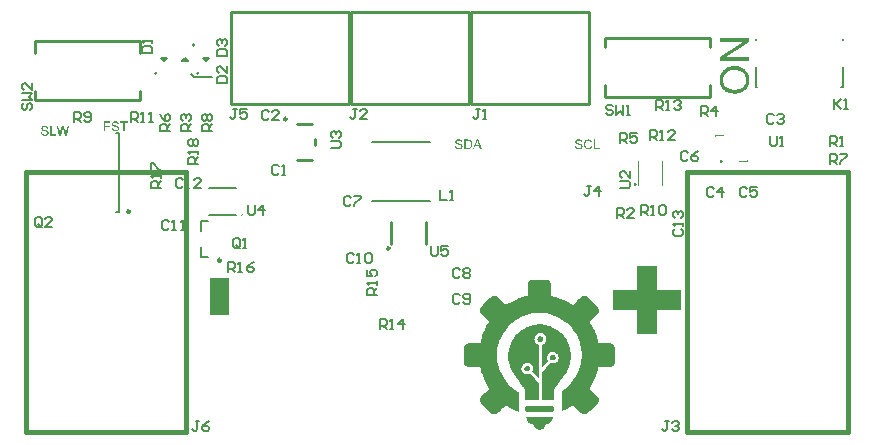
<source format=gto>
G04 Layer_Color=15132400*
%FSLAX25Y25*%
%MOIN*%
G70*
G01*
G75*
%ADD40C,0.00800*%
%ADD41C,0.01000*%
%ADD61C,0.00984*%
%ADD62C,0.00394*%
%ADD63C,0.00591*%
%ADD64C,0.00787*%
%ADD65C,0.01575*%
G36*
X309454Y303961D02*
X309662Y303836D01*
X309912Y303670D01*
X309953Y303586D01*
X310079Y303420D01*
X310162Y303128D01*
Y302961D01*
X310120Y302753D01*
Y302712D01*
Y302670D01*
X310037Y302420D01*
X309828Y302170D01*
X309537Y301962D01*
X309454D01*
X309245Y301920D01*
X308370D01*
X308037Y301878D01*
X303080D01*
X302288Y301920D01*
X301122D01*
X300955Y301962D01*
X300872D01*
X300788Y302003D01*
X300622Y302128D01*
X300413Y302420D01*
X300288Y302795D01*
Y302836D01*
Y302878D01*
Y303128D01*
X300413Y303461D01*
X300497Y303586D01*
X300622Y303753D01*
X300663Y303795D01*
X300747Y303878D01*
X300872Y303920D01*
X300997Y303961D01*
X301372D01*
X301580Y304003D01*
X309287D01*
X309454Y303961D01*
D02*
G37*
G36*
X309578Y299920D02*
Y299879D01*
Y299795D01*
X309537Y299670D01*
X309495Y299462D01*
X309412Y299254D01*
X309287Y299045D01*
X309120Y298795D01*
X308912Y298545D01*
X308870Y298504D01*
X308829Y298421D01*
X308704Y298337D01*
X308537Y298212D01*
X308079Y297921D01*
X307829Y297837D01*
X307537Y297754D01*
X307496D01*
X307371Y297712D01*
X307204Y297629D01*
X307162Y297546D01*
Y297504D01*
X307121Y297379D01*
X307037Y297212D01*
X306954Y297004D01*
X306787Y296754D01*
X306621Y296546D01*
X306371Y296338D01*
X306037Y296171D01*
X305996D01*
X305954Y296129D01*
X305829Y296088D01*
X305662Y296046D01*
X305204Y295963D01*
X304913Y296004D01*
X304621Y296046D01*
X304579D01*
X304454Y296129D01*
X304246Y296213D01*
X304038Y296379D01*
X303788Y296587D01*
X303579Y296837D01*
X303371Y297171D01*
X303246Y297546D01*
Y297587D01*
X303205Y297629D01*
X303121Y297671D01*
X302996Y297754D01*
X302913D01*
X302705Y297837D01*
X302455Y297921D01*
X302080Y298087D01*
X301747Y298337D01*
X301372Y298670D01*
X301080Y299129D01*
X300872Y299670D01*
Y299712D01*
Y299795D01*
X300830Y299920D01*
Y300087D01*
X300788Y300212D01*
X309620D01*
X309578Y299920D01*
D02*
G37*
G36*
X344432Y342550D02*
X352432D01*
Y335850D01*
X344432D01*
Y327850D01*
X337732D01*
Y335850D01*
X329782D01*
Y342550D01*
X337732D01*
Y350500D01*
X344432D01*
Y342550D01*
D02*
G37*
G36*
X309953Y320958D02*
X310245Y320750D01*
X310287Y320709D01*
X310328Y320667D01*
X310495Y320417D01*
X310537Y320209D01*
X310578Y320042D01*
X310537Y319834D01*
X310453Y319584D01*
Y319542D01*
X310412Y319500D01*
X310204Y319292D01*
X309870Y319084D01*
X309620Y319042D01*
X309370D01*
X309329Y319084D01*
X309162Y319167D01*
X308954Y319292D01*
X308745Y319500D01*
Y319542D01*
X308704Y319625D01*
X308662Y319750D01*
X308620Y320000D01*
Y320084D01*
Y320209D01*
X308662Y320417D01*
X308745Y320542D01*
X308787Y320584D01*
X308870Y320667D01*
X308995Y320792D01*
X309204Y320917D01*
X309412Y321000D01*
X309662D01*
X309953Y320958D01*
D02*
G37*
G36*
X306454Y331040D02*
X306496D01*
X306662Y330999D01*
X306912Y330957D01*
X307246Y330874D01*
X307662Y330790D01*
X308120Y330624D01*
X308662Y330457D01*
X309204Y330249D01*
X309828Y329957D01*
X310412Y329665D01*
X311037Y329291D01*
X311662Y328832D01*
X312286Y328332D01*
X312870Y327791D01*
X313453Y327124D01*
X313953Y326416D01*
Y326374D01*
X314036Y326333D01*
X314078Y326208D01*
X314203Y326041D01*
X314328Y325791D01*
X314453Y325541D01*
X314744Y324958D01*
X315036Y324208D01*
X315286Y323333D01*
X315494Y322375D01*
X315619Y321375D01*
Y321334D01*
Y321250D01*
Y321083D01*
Y320875D01*
Y320625D01*
Y320334D01*
X315578Y319667D01*
X315453Y318834D01*
X315286Y317959D01*
X314994Y317001D01*
X314619Y316084D01*
X314578Y316043D01*
X314494Y315876D01*
X314370Y315668D01*
X314203Y315334D01*
X313953Y314960D01*
X313703Y314543D01*
X313370Y314043D01*
X312995Y313543D01*
Y313501D01*
X312911Y313460D01*
X312828Y313335D01*
X312745Y313168D01*
X312453Y312793D01*
X312078Y312293D01*
X311662Y311710D01*
X311245Y311085D01*
X310828Y310419D01*
X310412Y309794D01*
X309995Y309085D01*
Y305711D01*
X305954D01*
Y315126D01*
X307371Y316668D01*
X307454Y316751D01*
X307621Y316917D01*
X307829Y317126D01*
X308120Y317417D01*
X308370Y317709D01*
X308620Y317917D01*
X308829Y318084D01*
X308912Y318167D01*
X308954D01*
X308995Y318126D01*
X309204Y318084D01*
X309495Y318042D01*
X309828Y318084D01*
X309870D01*
X309995Y318126D01*
X310204Y318167D01*
X310453Y318292D01*
X310703Y318417D01*
X310953Y318626D01*
X311203Y318876D01*
X311370Y319209D01*
X311412Y319250D01*
X311453Y319417D01*
X311495Y319667D01*
X311537Y320000D01*
Y320042D01*
Y320084D01*
Y320292D01*
X311453Y320584D01*
X311370Y320834D01*
Y320875D01*
X311287Y320958D01*
X311203Y321083D01*
X311078Y321250D01*
X310745Y321583D01*
X310495Y321750D01*
X310245Y321875D01*
X310204D01*
X310120Y321917D01*
X309953Y321958D01*
X309787Y322000D01*
X309329D01*
X309037Y321917D01*
X308787Y321833D01*
X308745D01*
X308662Y321750D01*
X308537Y321667D01*
X308370Y321542D01*
X307996Y321167D01*
X307871Y320917D01*
X307746Y320667D01*
Y320625D01*
X307704Y320542D01*
Y320375D01*
X307662Y320209D01*
X307704Y319709D01*
X307746Y319417D01*
X307871Y319126D01*
X307996Y318792D01*
X306996Y317751D01*
X306037Y316668D01*
X305996Y316751D01*
Y316834D01*
X305954Y316959D01*
Y317167D01*
Y317459D01*
Y317501D01*
Y317626D01*
Y317834D01*
Y318126D01*
Y318542D01*
Y319042D01*
Y319667D01*
Y320417D01*
Y324250D01*
X306287Y324416D01*
X306329Y324458D01*
X306454Y324500D01*
X306662Y324625D01*
X306871Y324791D01*
X307079Y325041D01*
X307287Y325333D01*
X307412Y325708D01*
X307454Y326124D01*
Y326166D01*
Y326333D01*
X307412Y326583D01*
X307329Y326833D01*
X307204Y327166D01*
X306996Y327457D01*
X306704Y327749D01*
X306329Y327999D01*
X306287Y328041D01*
X306121Y328082D01*
X305871Y328124D01*
X305163D01*
X304913Y328082D01*
X304663Y328041D01*
X304621Y327999D01*
X304496Y327957D01*
X304288Y327791D01*
X304079Y327624D01*
X303871Y327374D01*
X303663Y327041D01*
X303538Y326666D01*
X303496Y326208D01*
Y326166D01*
Y325999D01*
X303579Y325791D01*
X303663Y325500D01*
X303788Y325208D01*
X303996Y324916D01*
X304288Y324666D01*
X304663Y324416D01*
X304954Y324250D01*
Y313085D01*
X304829Y313251D01*
Y313293D01*
X304746Y313376D01*
X304663Y313460D01*
X304621Y313501D01*
X304538Y313585D01*
X304413Y313710D01*
X304246Y313918D01*
X304204Y313960D01*
X304079Y314085D01*
X303913Y314251D01*
X303746Y314418D01*
X302830Y315376D01*
X302913Y315584D01*
X302955Y315626D01*
X302996Y315751D01*
X303038Y316001D01*
Y316334D01*
Y316376D01*
Y316418D01*
Y316626D01*
X302955Y316917D01*
X302871Y317167D01*
X302830Y317209D01*
X302746Y317376D01*
X302580Y317584D01*
X302371Y317834D01*
X302080Y318042D01*
X301747Y318209D01*
X301288Y318334D01*
X300788Y318292D01*
X300747D01*
X300622Y318251D01*
X300455Y318209D01*
X300247Y318084D01*
X299997Y317959D01*
X299747Y317792D01*
X299538Y317542D01*
X299330Y317251D01*
Y317209D01*
X299289Y317084D01*
X299205Y316917D01*
X299164Y316668D01*
Y316418D01*
Y316126D01*
X299205Y315793D01*
X299330Y315459D01*
Y315418D01*
X299413Y315334D01*
X299580Y315085D01*
X299955Y314751D01*
X300163Y314626D01*
X300455Y314501D01*
X300497D01*
X300580Y314460D01*
X300747Y314418D01*
X301413D01*
X301663Y314460D01*
X301913Y314543D01*
X302121Y314668D01*
X302288Y314501D01*
X302330Y314460D01*
X302371Y314418D01*
X302496Y314293D01*
X302663Y314126D01*
X302913Y313835D01*
X303246Y313501D01*
X303705Y313001D01*
X304954Y311627D01*
Y308669D01*
Y305711D01*
X300372D01*
Y307502D01*
Y309210D01*
X299872Y310044D01*
X299830Y310127D01*
X299663Y310335D01*
X299455Y310668D01*
X299164Y311127D01*
X298789Y311668D01*
X298372Y312252D01*
X297914Y312918D01*
X297414Y313626D01*
X297372Y313710D01*
X297247Y313876D01*
X297039Y314126D01*
X296789Y314460D01*
X296539Y314834D01*
X296289Y315251D01*
X295997Y315668D01*
X295789Y316043D01*
Y316084D01*
X295747Y316168D01*
X295664Y316293D01*
X295581Y316501D01*
X295497Y316709D01*
X295414Y317001D01*
X295206Y317667D01*
X294998Y318501D01*
X294831Y319375D01*
X294748Y320375D01*
Y321375D01*
Y321417D01*
Y321542D01*
X294789Y321750D01*
X294831Y322000D01*
X294873Y322292D01*
X294956Y322667D01*
X295039Y323083D01*
X295206Y323541D01*
X295539Y324541D01*
X295997Y325583D01*
X296331Y326124D01*
X296664Y326666D01*
X297039Y327207D01*
X297497Y327708D01*
X297539Y327749D01*
X297622Y327832D01*
X297747Y327957D01*
X297955Y328124D01*
X298205Y328332D01*
X298497Y328582D01*
X298830Y328832D01*
X299205Y329124D01*
X299622Y329374D01*
X300122Y329665D01*
X301163Y330207D01*
X302330Y330665D01*
X302996Y330832D01*
X303663Y330957D01*
X303705D01*
X303871Y330999D01*
X304121D01*
X304454Y331040D01*
X304871D01*
X305371Y331082D01*
X305871D01*
X306454Y331040D01*
D02*
G37*
G36*
X301413Y317209D02*
X301705Y317084D01*
X301830Y316917D01*
X301955Y316751D01*
Y316709D01*
X301996Y316668D01*
X302038Y316418D01*
Y316251D01*
Y316084D01*
X301955Y315876D01*
X301830Y315709D01*
X301747Y315626D01*
X301538Y315501D01*
X301247Y315376D01*
X300872D01*
X300788Y315418D01*
X300580Y315501D01*
X300372Y315709D01*
X300163Y316043D01*
Y316084D01*
Y316126D01*
X300122Y316376D01*
X300163Y316668D01*
X300247Y316834D01*
X300372Y316959D01*
X300413Y317001D01*
X300538Y317126D01*
X300788Y317251D01*
X301080Y317292D01*
X301163D01*
X301413Y317209D01*
D02*
G37*
G36*
X201782Y334200D02*
X195232D01*
Y346500D01*
X201782D01*
Y334200D01*
D02*
G37*
G36*
X163902Y398749D02*
X163935D01*
X163977Y398745D01*
X164023Y398741D01*
X164118Y398724D01*
X164222Y398703D01*
X164330Y398674D01*
X164435Y398637D01*
X164439D01*
X164447Y398632D01*
X164460Y398624D01*
X164480Y398616D01*
X164530Y398587D01*
X164588Y398549D01*
X164659Y398503D01*
X164726Y398445D01*
X164796Y398375D01*
X164855Y398295D01*
Y398291D01*
X164863Y398287D01*
X164867Y398275D01*
X164880Y398258D01*
X164888Y398237D01*
X164900Y398212D01*
X164929Y398150D01*
X164959Y398075D01*
X164984Y397992D01*
X165004Y397896D01*
X165013Y397796D01*
X164605Y397767D01*
Y397771D01*
Y397780D01*
X164601Y397796D01*
X164597Y397817D01*
X164593Y397842D01*
X164584Y397871D01*
X164564Y397938D01*
X164534Y398008D01*
X164497Y398083D01*
X164447Y398158D01*
X164380Y398221D01*
X164372Y398229D01*
X164360Y398233D01*
X164347Y398246D01*
X164326Y398258D01*
X164301Y398271D01*
X164272Y398283D01*
X164243Y398300D01*
X164206Y398312D01*
X164164Y398325D01*
X164118Y398337D01*
X164068Y398349D01*
X164014Y398362D01*
X163956Y398366D01*
X163894Y398375D01*
X163765D01*
X163732Y398370D01*
X163698Y398366D01*
X163615Y398358D01*
X163523Y398341D01*
X163432Y398316D01*
X163345Y398279D01*
X163303Y398258D01*
X163270Y398233D01*
X163261Y398225D01*
X163241Y398208D01*
X163216Y398179D01*
X163182Y398137D01*
X163149Y398088D01*
X163124Y398029D01*
X163103Y397963D01*
X163095Y397892D01*
Y397884D01*
Y397863D01*
X163103Y397834D01*
X163112Y397792D01*
X163124Y397746D01*
X163145Y397701D01*
X163174Y397655D01*
X163216Y397609D01*
X163224Y397605D01*
X163232Y397597D01*
X163245Y397592D01*
X163261Y397580D01*
X163282Y397568D01*
X163311Y397555D01*
X163340Y397543D01*
X163382Y397526D01*
X163428Y397505D01*
X163478Y397488D01*
X163536Y397468D01*
X163602Y397447D01*
X163677Y397426D01*
X163761Y397405D01*
X163852Y397384D01*
X163856D01*
X163873Y397380D01*
X163902Y397372D01*
X163935Y397364D01*
X163977Y397355D01*
X164027Y397343D01*
X164077Y397330D01*
X164135Y397314D01*
X164251Y397285D01*
X164368Y397251D01*
X164422Y397231D01*
X164476Y397214D01*
X164522Y397197D01*
X164559Y397181D01*
X164564D01*
X164572Y397176D01*
X164584Y397168D01*
X164605Y397156D01*
X164655Y397131D01*
X164717Y397093D01*
X164784Y397043D01*
X164850Y396989D01*
X164917Y396923D01*
X164971Y396852D01*
Y396848D01*
X164975Y396844D01*
X164984Y396831D01*
X164992Y396819D01*
X165013Y396777D01*
X165042Y396723D01*
X165067Y396656D01*
X165088Y396577D01*
X165104Y396494D01*
X165108Y396398D01*
Y396394D01*
Y396386D01*
Y396374D01*
X165104Y396357D01*
Y396332D01*
X165100Y396307D01*
X165092Y396245D01*
X165071Y396170D01*
X165046Y396091D01*
X165009Y396003D01*
X164959Y395920D01*
Y395916D01*
X164950Y395912D01*
X164942Y395899D01*
X164934Y395883D01*
X164896Y395841D01*
X164850Y395791D01*
X164792Y395737D01*
X164722Y395679D01*
X164634Y395621D01*
X164539Y395571D01*
X164534D01*
X164526Y395567D01*
X164509Y395558D01*
X164493Y395550D01*
X164464Y395542D01*
X164435Y395533D01*
X164401Y395521D01*
X164360Y395508D01*
X164272Y395487D01*
X164168Y395467D01*
X164052Y395450D01*
X163927Y395446D01*
X163885D01*
X163856Y395450D01*
X163819D01*
X163773Y395454D01*
X163727Y395458D01*
X163673Y395462D01*
X163561Y395475D01*
X163436Y395500D01*
X163315Y395529D01*
X163199Y395571D01*
X163195D01*
X163187Y395575D01*
X163170Y395583D01*
X163149Y395596D01*
X163128Y395608D01*
X163099Y395625D01*
X163033Y395666D01*
X162958Y395720D01*
X162883Y395787D01*
X162808Y395866D01*
X162741Y395953D01*
Y395957D01*
X162733Y395966D01*
X162725Y395978D01*
X162716Y395999D01*
X162704Y396024D01*
X162687Y396049D01*
X162675Y396082D01*
X162658Y396120D01*
X162625Y396207D01*
X162596Y396303D01*
X162575Y396415D01*
X162567Y396532D01*
X162966Y396565D01*
Y396561D01*
Y396552D01*
X162970Y396540D01*
Y396523D01*
X162978Y396482D01*
X162991Y396424D01*
X163008Y396361D01*
X163033Y396294D01*
X163062Y396228D01*
X163095Y396165D01*
X163099Y396157D01*
X163116Y396141D01*
X163141Y396111D01*
X163174Y396078D01*
X163220Y396037D01*
X163274Y395995D01*
X163340Y395953D01*
X163415Y395916D01*
X163419D01*
X163424Y395912D01*
X163436Y395908D01*
X163453Y395903D01*
X163474Y395895D01*
X163498Y395887D01*
X163561Y395870D01*
X163632Y395853D01*
X163715Y395837D01*
X163806Y395829D01*
X163906Y395824D01*
X163948D01*
X163994Y395829D01*
X164052Y395833D01*
X164114Y395841D01*
X164189Y395853D01*
X164260Y395870D01*
X164330Y395895D01*
X164335D01*
X164339Y395899D01*
X164360Y395908D01*
X164393Y395924D01*
X164435Y395945D01*
X164480Y395974D01*
X164526Y396007D01*
X164572Y396045D01*
X164609Y396091D01*
X164613Y396095D01*
X164622Y396111D01*
X164638Y396141D01*
X164655Y396174D01*
X164672Y396216D01*
X164688Y396261D01*
X164697Y396311D01*
X164701Y396365D01*
Y396374D01*
Y396390D01*
X164697Y396419D01*
X164688Y396453D01*
X164680Y396494D01*
X164663Y396540D01*
X164638Y396586D01*
X164609Y396627D01*
X164605Y396632D01*
X164593Y396648D01*
X164572Y396669D01*
X164543Y396694D01*
X164501Y396723D01*
X164451Y396752D01*
X164393Y396785D01*
X164322Y396814D01*
X164314Y396819D01*
X164297Y396823D01*
X164281Y396831D01*
X164260Y396835D01*
X164235Y396844D01*
X164201Y396852D01*
X164168Y396864D01*
X164127Y396873D01*
X164081Y396885D01*
X164027Y396902D01*
X163969Y396914D01*
X163902Y396931D01*
X163831Y396948D01*
X163752Y396968D01*
X163748D01*
X163732Y396973D01*
X163711Y396981D01*
X163681Y396985D01*
X163644Y396998D01*
X163607Y397006D01*
X163511Y397035D01*
X163411Y397064D01*
X163307Y397101D01*
X163216Y397135D01*
X163174Y397156D01*
X163137Y397172D01*
X163132D01*
X163128Y397176D01*
X163116Y397185D01*
X163099Y397193D01*
X163057Y397218D01*
X163008Y397255D01*
X162953Y397297D01*
X162895Y397347D01*
X162841Y397405D01*
X162795Y397468D01*
Y397472D01*
X162791Y397476D01*
X162779Y397501D01*
X162762Y397534D01*
X162741Y397584D01*
X162721Y397642D01*
X162704Y397713D01*
X162691Y397788D01*
X162687Y397867D01*
Y397871D01*
Y397880D01*
Y397892D01*
X162691Y397909D01*
X162696Y397954D01*
X162704Y398017D01*
X162721Y398088D01*
X162746Y398162D01*
X162779Y398241D01*
X162825Y398320D01*
Y398325D01*
X162833Y398329D01*
X162849Y398354D01*
X162883Y398395D01*
X162924Y398441D01*
X162983Y398491D01*
X163049Y398545D01*
X163132Y398595D01*
X163224Y398641D01*
X163228D01*
X163236Y398645D01*
X163249Y398653D01*
X163270Y398657D01*
X163295Y398666D01*
X163324Y398678D01*
X163357Y398687D01*
X163394Y398699D01*
X163482Y398716D01*
X163582Y398736D01*
X163694Y398749D01*
X163811Y398753D01*
X163869D01*
X163902Y398749D01*
D02*
G37*
G36*
X167975Y398320D02*
X166922D01*
Y395500D01*
X166498D01*
Y398320D01*
X165445D01*
Y398699D01*
X167975D01*
Y398320D01*
D02*
G37*
G36*
X162159D02*
X160424D01*
Y397330D01*
X161926D01*
Y396952D01*
X160424D01*
Y395500D01*
X160000D01*
Y398699D01*
X162159D01*
Y398320D01*
D02*
G37*
G36*
X140335Y397249D02*
X140369D01*
X140410Y397245D01*
X140456Y397241D01*
X140552Y397224D01*
X140656Y397203D01*
X140764Y397174D01*
X140868Y397137D01*
X140872D01*
X140880Y397132D01*
X140893Y397124D01*
X140914Y397116D01*
X140963Y397087D01*
X141022Y397049D01*
X141092Y397004D01*
X141159Y396945D01*
X141230Y396874D01*
X141288Y396796D01*
Y396791D01*
X141296Y396787D01*
X141300Y396775D01*
X141313Y396758D01*
X141321Y396737D01*
X141334Y396712D01*
X141363Y396650D01*
X141392Y396575D01*
X141417Y396492D01*
X141438Y396396D01*
X141446Y396296D01*
X141038Y396267D01*
Y396271D01*
Y396280D01*
X141034Y396296D01*
X141030Y396317D01*
X141026Y396342D01*
X141018Y396371D01*
X140997Y396438D01*
X140968Y396508D01*
X140930Y396583D01*
X140880Y396658D01*
X140814Y396721D01*
X140805Y396729D01*
X140793Y396733D01*
X140780Y396746D01*
X140760Y396758D01*
X140735Y396771D01*
X140706Y396783D01*
X140676Y396800D01*
X140639Y396812D01*
X140597Y396825D01*
X140552Y396837D01*
X140502Y396849D01*
X140448Y396862D01*
X140389Y396866D01*
X140327Y396874D01*
X140198D01*
X140165Y396870D01*
X140131Y396866D01*
X140048Y396858D01*
X139957Y396841D01*
X139865Y396816D01*
X139778Y396779D01*
X139736Y396758D01*
X139703Y396733D01*
X139695Y396725D01*
X139674Y396708D01*
X139649Y396679D01*
X139616Y396637D01*
X139582Y396587D01*
X139557Y396529D01*
X139537Y396463D01*
X139528Y396392D01*
Y396384D01*
Y396363D01*
X139537Y396334D01*
X139545Y396292D01*
X139557Y396246D01*
X139578Y396201D01*
X139607Y396155D01*
X139649Y396109D01*
X139657Y396105D01*
X139666Y396097D01*
X139678Y396092D01*
X139695Y396080D01*
X139716Y396068D01*
X139745Y396055D01*
X139774Y396042D01*
X139815Y396026D01*
X139861Y396005D01*
X139911Y395988D01*
X139969Y395968D01*
X140036Y395947D01*
X140111Y395926D01*
X140194Y395905D01*
X140285Y395884D01*
X140290D01*
X140306Y395880D01*
X140335Y395872D01*
X140369Y395864D01*
X140410Y395855D01*
X140460Y395843D01*
X140510Y395830D01*
X140568Y395814D01*
X140685Y395785D01*
X140801Y395751D01*
X140855Y395730D01*
X140909Y395714D01*
X140955Y395697D01*
X140993Y395681D01*
X140997D01*
X141005Y395676D01*
X141018Y395668D01*
X141038Y395656D01*
X141088Y395631D01*
X141151Y395593D01*
X141217Y395543D01*
X141284Y395489D01*
X141350Y395423D01*
X141404Y395352D01*
Y395348D01*
X141409Y395344D01*
X141417Y395331D01*
X141425Y395319D01*
X141446Y395277D01*
X141475Y395223D01*
X141500Y395156D01*
X141521Y395077D01*
X141538Y394994D01*
X141542Y394899D01*
Y394894D01*
Y394886D01*
Y394873D01*
X141538Y394857D01*
Y394832D01*
X141533Y394807D01*
X141525Y394745D01*
X141504Y394670D01*
X141479Y394591D01*
X141442Y394503D01*
X141392Y394420D01*
Y394416D01*
X141384Y394412D01*
X141375Y394399D01*
X141367Y394383D01*
X141330Y394341D01*
X141284Y394291D01*
X141226Y394237D01*
X141155Y394179D01*
X141068Y394121D01*
X140972Y394071D01*
X140968D01*
X140959Y394067D01*
X140943Y394058D01*
X140926Y394050D01*
X140897Y394042D01*
X140868Y394033D01*
X140834Y394021D01*
X140793Y394008D01*
X140706Y393987D01*
X140602Y393967D01*
X140485Y393950D01*
X140360Y393946D01*
X140319D01*
X140290Y393950D01*
X140252D01*
X140206Y393954D01*
X140161Y393958D01*
X140106Y393963D01*
X139994Y393975D01*
X139869Y394000D01*
X139749Y394029D01*
X139632Y394071D01*
X139628D01*
X139620Y394075D01*
X139603Y394083D01*
X139582Y394096D01*
X139562Y394108D01*
X139532Y394125D01*
X139466Y394166D01*
X139391Y394220D01*
X139316Y394287D01*
X139241Y394366D01*
X139175Y394453D01*
Y394458D01*
X139166Y394466D01*
X139158Y394478D01*
X139150Y394499D01*
X139137Y394524D01*
X139121Y394549D01*
X139108Y394582D01*
X139092Y394620D01*
X139058Y394707D01*
X139029Y394803D01*
X139008Y394915D01*
X139000Y395032D01*
X139399Y395065D01*
Y395061D01*
Y395052D01*
X139403Y395040D01*
Y395023D01*
X139412Y394982D01*
X139424Y394923D01*
X139441Y394861D01*
X139466Y394795D01*
X139495Y394728D01*
X139528Y394666D01*
X139532Y394657D01*
X139549Y394641D01*
X139574Y394612D01*
X139607Y394578D01*
X139653Y394537D01*
X139707Y394495D01*
X139774Y394453D01*
X139849Y394416D01*
X139853D01*
X139857Y394412D01*
X139869Y394408D01*
X139886Y394404D01*
X139907Y394395D01*
X139932Y394387D01*
X139994Y394370D01*
X140065Y394354D01*
X140148Y394337D01*
X140240Y394329D01*
X140340Y394324D01*
X140381D01*
X140427Y394329D01*
X140485Y394333D01*
X140548Y394341D01*
X140622Y394354D01*
X140693Y394370D01*
X140764Y394395D01*
X140768D01*
X140772Y394399D01*
X140793Y394408D01*
X140826Y394424D01*
X140868Y394445D01*
X140914Y394474D01*
X140959Y394508D01*
X141005Y394545D01*
X141042Y394591D01*
X141047Y394595D01*
X141055Y394612D01*
X141072Y394641D01*
X141088Y394674D01*
X141105Y394715D01*
X141122Y394761D01*
X141130Y394811D01*
X141134Y394865D01*
Y394873D01*
Y394890D01*
X141130Y394919D01*
X141122Y394953D01*
X141113Y394994D01*
X141097Y395040D01*
X141072Y395086D01*
X141042Y395127D01*
X141038Y395131D01*
X141026Y395148D01*
X141005Y395169D01*
X140976Y395194D01*
X140934Y395223D01*
X140884Y395252D01*
X140826Y395285D01*
X140755Y395315D01*
X140747Y395319D01*
X140731Y395323D01*
X140714Y395331D01*
X140693Y395335D01*
X140668Y395344D01*
X140635Y395352D01*
X140602Y395364D01*
X140560Y395373D01*
X140514Y395385D01*
X140460Y395402D01*
X140402Y395414D01*
X140335Y395431D01*
X140265Y395448D01*
X140185Y395468D01*
X140181D01*
X140165Y395473D01*
X140144Y395481D01*
X140115Y395485D01*
X140077Y395498D01*
X140040Y395506D01*
X139944Y395535D01*
X139844Y395564D01*
X139740Y395602D01*
X139649Y395635D01*
X139607Y395656D01*
X139570Y395672D01*
X139566D01*
X139562Y395676D01*
X139549Y395685D01*
X139532Y395693D01*
X139491Y395718D01*
X139441Y395756D01*
X139387Y395797D01*
X139329Y395847D01*
X139275Y395905D01*
X139229Y395968D01*
Y395972D01*
X139225Y395976D01*
X139212Y396001D01*
X139196Y396034D01*
X139175Y396084D01*
X139154Y396142D01*
X139137Y396213D01*
X139125Y396288D01*
X139121Y396367D01*
Y396371D01*
Y396379D01*
Y396392D01*
X139125Y396409D01*
X139129Y396454D01*
X139137Y396517D01*
X139154Y396587D01*
X139179Y396662D01*
X139212Y396741D01*
X139258Y396820D01*
Y396825D01*
X139266Y396829D01*
X139283Y396854D01*
X139316Y396895D01*
X139358Y396941D01*
X139416Y396991D01*
X139482Y397045D01*
X139566Y397095D01*
X139657Y397141D01*
X139661D01*
X139670Y397145D01*
X139682Y397153D01*
X139703Y397157D01*
X139728Y397166D01*
X139757Y397178D01*
X139790Y397186D01*
X139828Y397199D01*
X139915Y397216D01*
X140015Y397236D01*
X140127Y397249D01*
X140244Y397253D01*
X140302D01*
X140335Y397249D01*
D02*
G37*
G36*
X147549Y394000D02*
X147137D01*
X146467Y396434D01*
Y396438D01*
X146463Y396446D01*
X146459Y396463D01*
X146455Y396483D01*
X146438Y396533D01*
X146421Y396596D01*
X146405Y396662D01*
X146388Y396725D01*
X146371Y396775D01*
X146367Y396796D01*
X146363Y396812D01*
Y396808D01*
X146359Y396804D01*
Y396791D01*
X146355Y396775D01*
X146346Y396733D01*
X146334Y396683D01*
X146317Y396625D01*
X146301Y396558D01*
X146284Y396496D01*
X146267Y396434D01*
X145594Y394000D01*
X145148D01*
X144312Y397199D01*
X144749D01*
X145232Y395098D01*
Y395094D01*
X145236Y395082D01*
X145240Y395065D01*
X145244Y395040D01*
X145252Y395011D01*
X145261Y394978D01*
X145269Y394936D01*
X145277Y394894D01*
X145298Y394795D01*
X145323Y394682D01*
X145344Y394566D01*
X145365Y394445D01*
Y394449D01*
X145369Y394466D01*
X145377Y394495D01*
X145386Y394528D01*
X145394Y394566D01*
X145406Y394612D01*
X145431Y394711D01*
X145456Y394815D01*
X145469Y394865D01*
X145477Y394911D01*
X145490Y394953D01*
X145498Y394986D01*
X145506Y395015D01*
X145510Y395036D01*
X146118Y397199D01*
X146629D01*
X147083Y395577D01*
X147087Y395568D01*
X147091Y395552D01*
X147099Y395518D01*
X147112Y395473D01*
X147124Y395423D01*
X147141Y395356D01*
X147162Y395285D01*
X147178Y395211D01*
X147199Y395123D01*
X147220Y395036D01*
X147241Y394940D01*
X147262Y394844D01*
X147303Y394645D01*
X147337Y394445D01*
Y394449D01*
X147341Y394458D01*
X147345Y394474D01*
X147349Y394499D01*
X147353Y394528D01*
X147362Y394562D01*
X147370Y394603D01*
X147378Y394645D01*
X147391Y394695D01*
X147403Y394749D01*
X147428Y394865D01*
X147461Y394998D01*
X147495Y395140D01*
X147998Y397199D01*
X148426D01*
X147549Y394000D01*
D02*
G37*
G36*
X142528Y394378D02*
X144100D01*
Y394000D01*
X142103D01*
Y397199D01*
X142528D01*
Y394378D01*
D02*
G37*
G36*
X318335Y392749D02*
X318369D01*
X318410Y392745D01*
X318456Y392741D01*
X318552Y392724D01*
X318656Y392703D01*
X318764Y392674D01*
X318868Y392637D01*
X318872D01*
X318880Y392632D01*
X318893Y392624D01*
X318914Y392616D01*
X318964Y392587D01*
X319022Y392549D01*
X319092Y392503D01*
X319159Y392445D01*
X319230Y392374D01*
X319288Y392296D01*
Y392291D01*
X319296Y392287D01*
X319300Y392275D01*
X319313Y392258D01*
X319321Y392237D01*
X319334Y392212D01*
X319363Y392150D01*
X319392Y392075D01*
X319417Y391992D01*
X319438Y391896D01*
X319446Y391796D01*
X319038Y391767D01*
Y391771D01*
Y391780D01*
X319034Y391796D01*
X319030Y391817D01*
X319026Y391842D01*
X319018Y391871D01*
X318997Y391938D01*
X318968Y392008D01*
X318930Y392083D01*
X318880Y392158D01*
X318814Y392221D01*
X318805Y392229D01*
X318793Y392233D01*
X318780Y392246D01*
X318760Y392258D01*
X318735Y392270D01*
X318706Y392283D01*
X318676Y392300D01*
X318639Y392312D01*
X318597Y392325D01*
X318552Y392337D01*
X318502Y392350D01*
X318448Y392362D01*
X318389Y392366D01*
X318327Y392374D01*
X318198D01*
X318165Y392370D01*
X318131Y392366D01*
X318048Y392358D01*
X317957Y392341D01*
X317865Y392316D01*
X317778Y392279D01*
X317736Y392258D01*
X317703Y392233D01*
X317695Y392225D01*
X317674Y392208D01*
X317649Y392179D01*
X317616Y392137D01*
X317582Y392088D01*
X317557Y392029D01*
X317537Y391963D01*
X317528Y391892D01*
Y391884D01*
Y391863D01*
X317537Y391834D01*
X317545Y391792D01*
X317557Y391746D01*
X317578Y391701D01*
X317607Y391655D01*
X317649Y391609D01*
X317657Y391605D01*
X317666Y391597D01*
X317678Y391592D01*
X317695Y391580D01*
X317716Y391567D01*
X317745Y391555D01*
X317774Y391543D01*
X317815Y391526D01*
X317861Y391505D01*
X317911Y391488D01*
X317969Y391468D01*
X318036Y391447D01*
X318111Y391426D01*
X318194Y391405D01*
X318285Y391384D01*
X318290D01*
X318306Y391380D01*
X318335Y391372D01*
X318369Y391364D01*
X318410Y391355D01*
X318460Y391343D01*
X318510Y391330D01*
X318568Y391314D01*
X318685Y391285D01*
X318801Y391251D01*
X318855Y391231D01*
X318909Y391214D01*
X318955Y391197D01*
X318993Y391181D01*
X318997D01*
X319005Y391176D01*
X319018Y391168D01*
X319038Y391156D01*
X319088Y391131D01*
X319151Y391093D01*
X319217Y391043D01*
X319284Y390989D01*
X319350Y390923D01*
X319404Y390852D01*
Y390848D01*
X319409Y390844D01*
X319417Y390831D01*
X319425Y390819D01*
X319446Y390777D01*
X319475Y390723D01*
X319500Y390656D01*
X319521Y390577D01*
X319538Y390494D01*
X319542Y390399D01*
Y390394D01*
Y390386D01*
Y390373D01*
X319538Y390357D01*
Y390332D01*
X319533Y390307D01*
X319525Y390245D01*
X319504Y390170D01*
X319479Y390091D01*
X319442Y390003D01*
X319392Y389920D01*
Y389916D01*
X319384Y389912D01*
X319375Y389899D01*
X319367Y389883D01*
X319330Y389841D01*
X319284Y389791D01*
X319226Y389737D01*
X319155Y389679D01*
X319068Y389621D01*
X318972Y389571D01*
X318968D01*
X318959Y389566D01*
X318943Y389558D01*
X318926Y389550D01*
X318897Y389542D01*
X318868Y389533D01*
X318834Y389521D01*
X318793Y389508D01*
X318706Y389488D01*
X318601Y389467D01*
X318485Y389450D01*
X318360Y389446D01*
X318319D01*
X318290Y389450D01*
X318252D01*
X318206Y389454D01*
X318161Y389458D01*
X318107Y389462D01*
X317994Y389475D01*
X317869Y389500D01*
X317749Y389529D01*
X317632Y389571D01*
X317628D01*
X317620Y389575D01*
X317603Y389583D01*
X317582Y389596D01*
X317562Y389608D01*
X317532Y389625D01*
X317466Y389666D01*
X317391Y389720D01*
X317316Y389787D01*
X317241Y389866D01*
X317175Y389953D01*
Y389957D01*
X317166Y389966D01*
X317158Y389978D01*
X317150Y389999D01*
X317137Y390024D01*
X317121Y390049D01*
X317108Y390082D01*
X317091Y390120D01*
X317058Y390207D01*
X317029Y390303D01*
X317008Y390415D01*
X317000Y390532D01*
X317399Y390565D01*
Y390561D01*
Y390552D01*
X317404Y390540D01*
Y390523D01*
X317412Y390482D01*
X317424Y390423D01*
X317441Y390361D01*
X317466Y390295D01*
X317495Y390228D01*
X317528Y390165D01*
X317532Y390157D01*
X317549Y390141D01*
X317574Y390111D01*
X317607Y390078D01*
X317653Y390037D01*
X317707Y389995D01*
X317774Y389953D01*
X317849Y389916D01*
X317853D01*
X317857Y389912D01*
X317869Y389908D01*
X317886Y389903D01*
X317907Y389895D01*
X317932Y389887D01*
X317994Y389870D01*
X318065Y389854D01*
X318148Y389837D01*
X318240Y389829D01*
X318339Y389824D01*
X318381D01*
X318427Y389829D01*
X318485Y389833D01*
X318548Y389841D01*
X318622Y389854D01*
X318693Y389870D01*
X318764Y389895D01*
X318768D01*
X318772Y389899D01*
X318793Y389908D01*
X318826Y389924D01*
X318868Y389945D01*
X318914Y389974D01*
X318959Y390007D01*
X319005Y390045D01*
X319042Y390091D01*
X319047Y390095D01*
X319055Y390111D01*
X319072Y390141D01*
X319088Y390174D01*
X319105Y390215D01*
X319122Y390261D01*
X319130Y390311D01*
X319134Y390365D01*
Y390373D01*
Y390390D01*
X319130Y390419D01*
X319122Y390453D01*
X319113Y390494D01*
X319097Y390540D01*
X319072Y390586D01*
X319042Y390627D01*
X319038Y390632D01*
X319026Y390648D01*
X319005Y390669D01*
X318976Y390694D01*
X318934Y390723D01*
X318884Y390752D01*
X318826Y390785D01*
X318756Y390814D01*
X318747Y390819D01*
X318730Y390823D01*
X318714Y390831D01*
X318693Y390835D01*
X318668Y390844D01*
X318635Y390852D01*
X318601Y390864D01*
X318560Y390873D01*
X318514Y390885D01*
X318460Y390902D01*
X318402Y390914D01*
X318335Y390931D01*
X318265Y390948D01*
X318186Y390968D01*
X318181D01*
X318165Y390973D01*
X318144Y390981D01*
X318115Y390985D01*
X318077Y390998D01*
X318040Y391006D01*
X317944Y391035D01*
X317844Y391064D01*
X317740Y391102D01*
X317649Y391135D01*
X317607Y391156D01*
X317570Y391172D01*
X317566D01*
X317562Y391176D01*
X317549Y391185D01*
X317532Y391193D01*
X317491Y391218D01*
X317441Y391255D01*
X317387Y391297D01*
X317329Y391347D01*
X317274Y391405D01*
X317229Y391468D01*
Y391472D01*
X317225Y391476D01*
X317212Y391501D01*
X317196Y391534D01*
X317175Y391584D01*
X317154Y391642D01*
X317137Y391713D01*
X317125Y391788D01*
X317121Y391867D01*
Y391871D01*
Y391880D01*
Y391892D01*
X317125Y391909D01*
X317129Y391954D01*
X317137Y392017D01*
X317154Y392088D01*
X317179Y392162D01*
X317212Y392241D01*
X317258Y392320D01*
Y392325D01*
X317266Y392329D01*
X317283Y392354D01*
X317316Y392395D01*
X317358Y392441D01*
X317416Y392491D01*
X317482Y392545D01*
X317566Y392595D01*
X317657Y392641D01*
X317661D01*
X317670Y392645D01*
X317682Y392653D01*
X317703Y392657D01*
X317728Y392666D01*
X317757Y392678D01*
X317790Y392687D01*
X317828Y392699D01*
X317915Y392716D01*
X318015Y392736D01*
X318127Y392749D01*
X318244Y392753D01*
X318302D01*
X318335Y392749D01*
D02*
G37*
G36*
X321584D02*
X321626Y392745D01*
X321676Y392741D01*
X321730Y392732D01*
X321788Y392724D01*
X321913Y392695D01*
X321979Y392674D01*
X322050Y392649D01*
X322117Y392620D01*
X322183Y392591D01*
X322250Y392549D01*
X322312Y392508D01*
X322316Y392503D01*
X322325Y392495D01*
X322346Y392483D01*
X322366Y392462D01*
X322391Y392437D01*
X322425Y392408D01*
X322458Y392370D01*
X322495Y392329D01*
X322533Y392283D01*
X322570Y392233D01*
X322608Y392175D01*
X322645Y392117D01*
X322682Y392050D01*
X322716Y391979D01*
X322749Y391900D01*
X322774Y391821D01*
X322358Y391721D01*
Y391726D01*
X322354Y391738D01*
X322346Y391755D01*
X322337Y391780D01*
X322325Y391809D01*
X322312Y391842D01*
X322275Y391917D01*
X322229Y392000D01*
X322175Y392083D01*
X322108Y392162D01*
X322071Y392196D01*
X322034Y392229D01*
X322029D01*
X322025Y392237D01*
X322013Y392246D01*
X321996Y392254D01*
X321975Y392266D01*
X321950Y392279D01*
X321888Y392312D01*
X321809Y392341D01*
X321717Y392366D01*
X321613Y392383D01*
X321497Y392391D01*
X321460D01*
X321434Y392387D01*
X321405D01*
X321368Y392383D01*
X321326Y392374D01*
X321281Y392370D01*
X321185Y392350D01*
X321081Y392316D01*
X320977Y392270D01*
X320927Y392246D01*
X320877Y392212D01*
X320873D01*
X320865Y392204D01*
X320852Y392196D01*
X320835Y392179D01*
X320794Y392142D01*
X320744Y392088D01*
X320686Y392021D01*
X320627Y391938D01*
X320573Y391846D01*
X320532Y391738D01*
Y391734D01*
X320528Y391726D01*
X320524Y391709D01*
X320515Y391688D01*
X320507Y391659D01*
X320498Y391626D01*
X320490Y391588D01*
X320482Y391551D01*
X320465Y391455D01*
X320449Y391351D01*
X320436Y391239D01*
X320432Y391122D01*
Y391118D01*
Y391106D01*
Y391085D01*
Y391056D01*
X320436Y391018D01*
X320440Y390977D01*
Y390931D01*
X320449Y390881D01*
X320461Y390769D01*
X320482Y390652D01*
X320511Y390528D01*
X320548Y390411D01*
Y390407D01*
X320553Y390399D01*
X320561Y390382D01*
X320573Y390361D01*
X320586Y390336D01*
X320598Y390307D01*
X320640Y390240D01*
X320694Y390165D01*
X320756Y390091D01*
X320831Y390020D01*
X320919Y389957D01*
X320923D01*
X320931Y389949D01*
X320944Y389945D01*
X320964Y389933D01*
X320985Y389924D01*
X321014Y389912D01*
X321081Y389883D01*
X321164Y389854D01*
X321256Y389833D01*
X321356Y389816D01*
X321464Y389808D01*
X321497D01*
X321522Y389812D01*
X321555Y389816D01*
X321588Y389820D01*
X321630Y389824D01*
X321672Y389833D01*
X321767Y389858D01*
X321867Y389895D01*
X321921Y389916D01*
X321971Y389945D01*
X322021Y389974D01*
X322067Y390012D01*
X322071Y390016D01*
X322079Y390020D01*
X322092Y390032D01*
X322108Y390049D01*
X322125Y390070D01*
X322150Y390099D01*
X322175Y390128D01*
X322200Y390165D01*
X322229Y390203D01*
X322258Y390249D01*
X322283Y390299D01*
X322312Y390353D01*
X322337Y390415D01*
X322362Y390478D01*
X322383Y390544D01*
X322404Y390619D01*
X322828Y390511D01*
Y390507D01*
X322820Y390490D01*
X322812Y390461D01*
X322803Y390423D01*
X322786Y390382D01*
X322766Y390332D01*
X322745Y390278D01*
X322716Y390215D01*
X322687Y390153D01*
X322649Y390087D01*
X322612Y390024D01*
X322566Y389957D01*
X322520Y389891D01*
X322466Y389829D01*
X322408Y389770D01*
X322346Y389716D01*
X322341Y389712D01*
X322329Y389704D01*
X322312Y389691D01*
X322283Y389675D01*
X322250Y389654D01*
X322208Y389629D01*
X322163Y389608D01*
X322113Y389583D01*
X322050Y389554D01*
X321988Y389533D01*
X321917Y389508D01*
X321842Y389488D01*
X321763Y389471D01*
X321680Y389458D01*
X321593Y389450D01*
X321501Y389446D01*
X321451D01*
X321414Y389450D01*
X321372Y389454D01*
X321318Y389458D01*
X321264Y389462D01*
X321201Y389471D01*
X321068Y389496D01*
X320927Y389533D01*
X320856Y389558D01*
X320786Y389587D01*
X320719Y389616D01*
X320657Y389654D01*
X320652Y389658D01*
X320644Y389662D01*
X320627Y389675D01*
X320602Y389696D01*
X320578Y389716D01*
X320544Y389741D01*
X320511Y389774D01*
X320474Y389812D01*
X320432Y389849D01*
X320394Y389895D01*
X320353Y389945D01*
X320311Y390003D01*
X320270Y390061D01*
X320232Y390124D01*
X320195Y390195D01*
X320162Y390265D01*
Y390269D01*
X320153Y390282D01*
X320145Y390307D01*
X320137Y390336D01*
X320124Y390373D01*
X320108Y390415D01*
X320095Y390465D01*
X320078Y390523D01*
X320062Y390586D01*
X320049Y390652D01*
X320033Y390723D01*
X320020Y390794D01*
X320004Y390956D01*
X319995Y391122D01*
Y391126D01*
Y391143D01*
Y391172D01*
X319999Y391206D01*
Y391251D01*
X320004Y391301D01*
X320012Y391355D01*
X320020Y391418D01*
X320028Y391484D01*
X320041Y391555D01*
X320074Y391701D01*
X320120Y391846D01*
X320149Y391921D01*
X320182Y391992D01*
X320186Y391996D01*
X320191Y392008D01*
X320203Y392029D01*
X320220Y392054D01*
X320236Y392083D01*
X320261Y392121D01*
X320290Y392158D01*
X320324Y392204D01*
X320399Y392296D01*
X320494Y392387D01*
X320602Y392478D01*
X320665Y392520D01*
X320727Y392558D01*
X320731Y392562D01*
X320744Y392566D01*
X320765Y392574D01*
X320790Y392587D01*
X320823Y392603D01*
X320860Y392620D01*
X320906Y392637D01*
X320956Y392657D01*
X321014Y392674D01*
X321073Y392691D01*
X321206Y392724D01*
X321351Y392745D01*
X321426Y392753D01*
X321551D01*
X321584Y392749D01*
D02*
G37*
G36*
X281351Y392695D02*
X281430D01*
X281522Y392687D01*
X281617Y392678D01*
X281709Y392666D01*
X281788Y392649D01*
X281792D01*
X281801Y392645D01*
X281817Y392641D01*
X281834Y392637D01*
X281859Y392628D01*
X281888Y392620D01*
X281950Y392599D01*
X282025Y392566D01*
X282104Y392528D01*
X282183Y392478D01*
X282258Y392420D01*
X282262Y392416D01*
X282271Y392412D01*
X282283Y392400D01*
X282300Y392383D01*
X282321Y392362D01*
X282346Y392337D01*
X282370Y392308D01*
X282400Y392275D01*
X282462Y392196D01*
X282524Y392100D01*
X282587Y391996D01*
X282637Y391875D01*
Y391871D01*
X282641Y391859D01*
X282649Y391842D01*
X282658Y391817D01*
X282666Y391784D01*
X282678Y391746D01*
X282691Y391705D01*
X282703Y391655D01*
X282712Y391601D01*
X282724Y391543D01*
X282737Y391480D01*
X282745Y391413D01*
X282762Y391268D01*
X282766Y391114D01*
Y391110D01*
Y391097D01*
Y391081D01*
Y391052D01*
X282762Y391022D01*
Y390985D01*
X282757Y390944D01*
X282753Y390898D01*
X282745Y390798D01*
X282728Y390690D01*
X282708Y390577D01*
X282678Y390469D01*
Y390465D01*
X282674Y390457D01*
X282670Y390440D01*
X282662Y390423D01*
X282653Y390399D01*
X282645Y390369D01*
X282620Y390307D01*
X282591Y390232D01*
X282554Y390153D01*
X282508Y390074D01*
X282462Y390003D01*
X282458Y389995D01*
X282437Y389974D01*
X282412Y389941D01*
X282375Y389899D01*
X282333Y389854D01*
X282283Y389804D01*
X282225Y389758D01*
X282167Y389712D01*
X282158Y389708D01*
X282138Y389696D01*
X282104Y389675D01*
X282059Y389654D01*
X282004Y389629D01*
X281938Y389600D01*
X281863Y389575D01*
X281784Y389554D01*
X281780D01*
X281776Y389550D01*
X281763D01*
X281747Y389546D01*
X281726Y389542D01*
X281701Y389537D01*
X281638Y389529D01*
X281563Y389517D01*
X281476Y389508D01*
X281376Y389504D01*
X281272Y389500D01*
X280120D01*
Y392699D01*
X281314D01*
X281351Y392695D01*
D02*
G37*
G36*
X278335Y392749D02*
X278369D01*
X278410Y392745D01*
X278456Y392741D01*
X278552Y392724D01*
X278656Y392703D01*
X278764Y392674D01*
X278868Y392637D01*
X278872D01*
X278880Y392632D01*
X278893Y392624D01*
X278913Y392616D01*
X278963Y392587D01*
X279022Y392549D01*
X279092Y392503D01*
X279159Y392445D01*
X279230Y392374D01*
X279288Y392296D01*
Y392291D01*
X279296Y392287D01*
X279300Y392275D01*
X279313Y392258D01*
X279321Y392237D01*
X279334Y392212D01*
X279363Y392150D01*
X279392Y392075D01*
X279417Y391992D01*
X279438Y391896D01*
X279446Y391796D01*
X279038Y391767D01*
Y391771D01*
Y391780D01*
X279034Y391796D01*
X279030Y391817D01*
X279026Y391842D01*
X279017Y391871D01*
X278997Y391938D01*
X278968Y392008D01*
X278930Y392083D01*
X278880Y392158D01*
X278814Y392221D01*
X278805Y392229D01*
X278793Y392233D01*
X278780Y392246D01*
X278760Y392258D01*
X278735Y392270D01*
X278706Y392283D01*
X278676Y392300D01*
X278639Y392312D01*
X278597Y392325D01*
X278552Y392337D01*
X278502Y392350D01*
X278448Y392362D01*
X278389Y392366D01*
X278327Y392374D01*
X278198D01*
X278165Y392370D01*
X278132Y392366D01*
X278048Y392358D01*
X277957Y392341D01*
X277865Y392316D01*
X277778Y392279D01*
X277736Y392258D01*
X277703Y392233D01*
X277695Y392225D01*
X277674Y392208D01*
X277649Y392179D01*
X277616Y392137D01*
X277582Y392088D01*
X277557Y392029D01*
X277537Y391963D01*
X277528Y391892D01*
Y391884D01*
Y391863D01*
X277537Y391834D01*
X277545Y391792D01*
X277557Y391746D01*
X277578Y391701D01*
X277607Y391655D01*
X277649Y391609D01*
X277657Y391605D01*
X277665Y391597D01*
X277678Y391592D01*
X277695Y391580D01*
X277715Y391567D01*
X277745Y391555D01*
X277774Y391543D01*
X277815Y391526D01*
X277861Y391505D01*
X277911Y391488D01*
X277969Y391468D01*
X278036Y391447D01*
X278111Y391426D01*
X278194Y391405D01*
X278285Y391384D01*
X278290D01*
X278306Y391380D01*
X278335Y391372D01*
X278369Y391364D01*
X278410Y391355D01*
X278460Y391343D01*
X278510Y391330D01*
X278568Y391314D01*
X278685Y391285D01*
X278801Y391251D01*
X278855Y391231D01*
X278909Y391214D01*
X278955Y391197D01*
X278993Y391181D01*
X278997D01*
X279005Y391176D01*
X279017Y391168D01*
X279038Y391156D01*
X279088Y391131D01*
X279151Y391093D01*
X279217Y391043D01*
X279284Y390989D01*
X279350Y390923D01*
X279404Y390852D01*
Y390848D01*
X279409Y390844D01*
X279417Y390831D01*
X279425Y390819D01*
X279446Y390777D01*
X279475Y390723D01*
X279500Y390656D01*
X279521Y390577D01*
X279538Y390494D01*
X279542Y390399D01*
Y390394D01*
Y390386D01*
Y390373D01*
X279538Y390357D01*
Y390332D01*
X279533Y390307D01*
X279525Y390245D01*
X279504Y390170D01*
X279479Y390091D01*
X279442Y390003D01*
X279392Y389920D01*
Y389916D01*
X279384Y389912D01*
X279375Y389899D01*
X279367Y389883D01*
X279330Y389841D01*
X279284Y389791D01*
X279226Y389737D01*
X279155Y389679D01*
X279067Y389621D01*
X278972Y389571D01*
X278968D01*
X278959Y389566D01*
X278943Y389558D01*
X278926Y389550D01*
X278897Y389542D01*
X278868Y389533D01*
X278835Y389521D01*
X278793Y389508D01*
X278706Y389488D01*
X278602Y389467D01*
X278485Y389450D01*
X278360Y389446D01*
X278319D01*
X278290Y389450D01*
X278252D01*
X278206Y389454D01*
X278161Y389458D01*
X278106Y389462D01*
X277994Y389475D01*
X277869Y389500D01*
X277749Y389529D01*
X277632Y389571D01*
X277628D01*
X277620Y389575D01*
X277603Y389583D01*
X277582Y389596D01*
X277561Y389608D01*
X277532Y389625D01*
X277466Y389666D01*
X277391Y389720D01*
X277316Y389787D01*
X277241Y389866D01*
X277175Y389953D01*
Y389957D01*
X277166Y389966D01*
X277158Y389978D01*
X277150Y389999D01*
X277137Y390024D01*
X277121Y390049D01*
X277108Y390082D01*
X277092Y390120D01*
X277058Y390207D01*
X277029Y390303D01*
X277008Y390415D01*
X277000Y390532D01*
X277399Y390565D01*
Y390561D01*
Y390552D01*
X277403Y390540D01*
Y390523D01*
X277412Y390482D01*
X277424Y390423D01*
X277441Y390361D01*
X277466Y390295D01*
X277495Y390228D01*
X277528Y390165D01*
X277532Y390157D01*
X277549Y390141D01*
X277574Y390111D01*
X277607Y390078D01*
X277653Y390037D01*
X277707Y389995D01*
X277774Y389953D01*
X277849Y389916D01*
X277853D01*
X277857Y389912D01*
X277869Y389908D01*
X277886Y389903D01*
X277907Y389895D01*
X277932Y389887D01*
X277994Y389870D01*
X278065Y389854D01*
X278148Y389837D01*
X278240Y389829D01*
X278340Y389824D01*
X278381D01*
X278427Y389829D01*
X278485Y389833D01*
X278548Y389841D01*
X278622Y389854D01*
X278693Y389870D01*
X278764Y389895D01*
X278768D01*
X278772Y389899D01*
X278793Y389908D01*
X278826Y389924D01*
X278868Y389945D01*
X278913Y389974D01*
X278959Y390007D01*
X279005Y390045D01*
X279043Y390091D01*
X279047Y390095D01*
X279055Y390111D01*
X279072Y390141D01*
X279088Y390174D01*
X279105Y390215D01*
X279121Y390261D01*
X279130Y390311D01*
X279134Y390365D01*
Y390373D01*
Y390390D01*
X279130Y390419D01*
X279121Y390453D01*
X279113Y390494D01*
X279097Y390540D01*
X279072Y390586D01*
X279043Y390627D01*
X279038Y390632D01*
X279026Y390648D01*
X279005Y390669D01*
X278976Y390694D01*
X278934Y390723D01*
X278884Y390752D01*
X278826Y390785D01*
X278755Y390814D01*
X278747Y390819D01*
X278731Y390823D01*
X278714Y390831D01*
X278693Y390835D01*
X278668Y390844D01*
X278635Y390852D01*
X278602Y390864D01*
X278560Y390873D01*
X278514Y390885D01*
X278460Y390902D01*
X278402Y390914D01*
X278335Y390931D01*
X278265Y390948D01*
X278186Y390968D01*
X278181D01*
X278165Y390973D01*
X278144Y390981D01*
X278115Y390985D01*
X278077Y390998D01*
X278040Y391006D01*
X277944Y391035D01*
X277844Y391064D01*
X277740Y391102D01*
X277649Y391135D01*
X277607Y391156D01*
X277570Y391172D01*
X277566D01*
X277561Y391176D01*
X277549Y391185D01*
X277532Y391193D01*
X277491Y391218D01*
X277441Y391255D01*
X277387Y391297D01*
X277329Y391347D01*
X277274Y391405D01*
X277229Y391468D01*
Y391472D01*
X277225Y391476D01*
X277212Y391501D01*
X277196Y391534D01*
X277175Y391584D01*
X277154Y391642D01*
X277137Y391713D01*
X277125Y391788D01*
X277121Y391867D01*
Y391871D01*
Y391880D01*
Y391892D01*
X277125Y391909D01*
X277129Y391954D01*
X277137Y392017D01*
X277154Y392088D01*
X277179Y392162D01*
X277212Y392241D01*
X277258Y392320D01*
Y392325D01*
X277266Y392329D01*
X277283Y392354D01*
X277316Y392395D01*
X277358Y392441D01*
X277416Y392491D01*
X277483Y392545D01*
X277566Y392595D01*
X277657Y392641D01*
X277661D01*
X277670Y392645D01*
X277682Y392653D01*
X277703Y392657D01*
X277728Y392666D01*
X277757Y392678D01*
X277790Y392687D01*
X277828Y392699D01*
X277915Y392716D01*
X278015Y392736D01*
X278127Y392749D01*
X278244Y392753D01*
X278302D01*
X278335Y392749D01*
D02*
G37*
G36*
X285981Y389500D02*
X285503D01*
X285133Y390469D01*
X283793D01*
X283444Y389500D01*
X282999D01*
X284218Y392699D01*
X284679D01*
X285981Y389500D01*
D02*
G37*
G36*
X323756Y389879D02*
X325328D01*
Y389500D01*
X323331D01*
Y392699D01*
X323756D01*
Y389879D01*
D02*
G37*
G36*
X307246Y345954D02*
X307621D01*
X307704Y345913D01*
X307829D01*
X307912Y345871D01*
X308079Y345830D01*
X308245Y345746D01*
X308412Y345580D01*
X308620Y345413D01*
X308787Y345205D01*
X308912Y344913D01*
Y344830D01*
X308954Y344746D01*
Y344538D01*
Y344288D01*
X308995Y343871D01*
Y343330D01*
Y343038D01*
Y342663D01*
Y340622D01*
X309120Y340539D01*
X309162D01*
X309287Y340497D01*
X309454Y340455D01*
X309745Y340414D01*
X310037Y340330D01*
X310412Y340206D01*
X310828Y340122D01*
X311287Y339955D01*
X312328Y339580D01*
X313453Y339122D01*
X314619Y338581D01*
X315828Y337873D01*
X316286Y337581D01*
X317702Y338997D01*
X317744Y339039D01*
X317911Y339206D01*
X318119Y339414D01*
X318369Y339664D01*
X318619Y339914D01*
X318869Y340122D01*
X319077Y340330D01*
X319244Y340455D01*
X319285Y340497D01*
X319452Y340580D01*
X319744Y340622D01*
X320118Y340664D01*
X320410D01*
X320660Y340622D01*
X320868Y340539D01*
X320952Y340497D01*
X321035Y340414D01*
X321202Y340247D01*
X321452Y340039D01*
X321827Y339664D01*
X322326Y339206D01*
X322618Y338914D01*
X322951Y338581D01*
X323035Y338497D01*
X323201Y338331D01*
X323451Y338081D01*
X323743Y337789D01*
X324035Y337456D01*
X324326Y337123D01*
X324576Y336873D01*
X324701Y336706D01*
X324743Y336664D01*
X324826Y336498D01*
X324909Y336206D01*
X324951Y335831D01*
Y335789D01*
Y335748D01*
X324909Y335540D01*
X324868Y335248D01*
X324701Y334956D01*
X324659Y334873D01*
X324576Y334790D01*
X324410Y334623D01*
X324243Y334415D01*
X323993Y334165D01*
X323660Y333832D01*
X323243Y333415D01*
X321827Y331998D01*
X321952Y331790D01*
X321993Y331749D01*
X322118Y331540D01*
X322285Y331290D01*
X322535Y330915D01*
X322785Y330499D01*
X323035Y329999D01*
X323326Y329415D01*
X323576Y328832D01*
X323618Y328749D01*
X323701Y328541D01*
X323868Y328207D01*
X324035Y327791D01*
X324201Y327249D01*
X324410Y326666D01*
X324576Y325999D01*
X324743Y325291D01*
X324826Y324791D01*
X327867D01*
X328284Y324750D01*
X328617D01*
X328951Y324708D01*
X329117Y324666D01*
X329200Y324625D01*
X329325Y324583D01*
X329534Y324458D01*
X329742Y324250D01*
X329784Y324208D01*
X329909Y324083D01*
X330034Y323875D01*
X330159Y323625D01*
X330200Y323541D01*
Y323375D01*
X330242Y323125D01*
Y322750D01*
X330284Y322250D01*
Y321958D01*
Y321583D01*
Y321209D01*
Y320750D01*
Y318209D01*
X330117Y317917D01*
Y317876D01*
X330034Y317834D01*
X329867Y317584D01*
X329575Y317334D01*
X329409Y317209D01*
X329242Y317126D01*
X328951Y316959D01*
X325493D01*
X325159Y316917D01*
X324909D01*
X324868Y316876D01*
X324826D01*
Y316792D01*
X324784Y316668D01*
X324743Y316459D01*
X324659Y316168D01*
X324576Y315751D01*
X324410Y315210D01*
X324201Y314501D01*
Y314460D01*
X324160Y314418D01*
X324118Y314293D01*
X324076Y314126D01*
X323910Y313710D01*
X323701Y313210D01*
X323410Y312585D01*
X323118Y311918D01*
X322368Y310502D01*
X322326Y310460D01*
X322243Y310294D01*
X322201Y310210D01*
X322077Y310085D01*
X322035Y310044D01*
X321993Y309960D01*
X321952Y309835D01*
X321827Y309669D01*
X323326Y308211D01*
X323410Y308169D01*
X323576Y307961D01*
X323785Y307752D01*
X324076Y307461D01*
X324326Y307169D01*
X324576Y306877D01*
X324784Y306669D01*
X324868Y306503D01*
Y306461D01*
X324909Y306378D01*
Y306294D01*
X324951Y306128D01*
Y305711D01*
X324868Y305294D01*
X324826Y305211D01*
X324743Y305086D01*
X324618Y304919D01*
X324368Y304628D01*
X324035Y304253D01*
X323576Y303753D01*
X322951Y303128D01*
X322868Y303045D01*
X322702Y302878D01*
X322451Y302628D01*
X322118Y302337D01*
X321785Y302045D01*
X321493Y301753D01*
X321202Y301545D01*
X321035Y301378D01*
X320993Y301337D01*
X320827Y301212D01*
X320535Y301128D01*
X320202Y301045D01*
X319952D01*
X319744Y301087D01*
X319535Y301170D01*
X319494Y301212D01*
X319369Y301295D01*
X319244Y301378D01*
X318994Y301587D01*
X318702Y301837D01*
X318327Y302211D01*
X317827Y302712D01*
X316328Y304170D01*
X316202Y304086D01*
X316161D01*
X316077Y304003D01*
X315994Y303920D01*
X315828Y303836D01*
X315661Y303711D01*
X315411Y303586D01*
X315369D01*
X315328Y303545D01*
X315203Y303461D01*
X315036Y303378D01*
X314661Y303170D01*
X314203Y302920D01*
X313703Y302670D01*
X313245Y302462D01*
X312828Y302295D01*
X312703Y302253D01*
X312578D01*
Y305544D01*
Y308836D01*
X312995Y309169D01*
X313036Y309210D01*
X313161Y309252D01*
X313328Y309377D01*
X313578Y309585D01*
X313870Y309794D01*
X314245Y310085D01*
X314661Y310460D01*
X315119Y310877D01*
X315161Y310918D01*
X315286Y311085D01*
X315494Y311293D01*
X315786Y311627D01*
X316077Y312043D01*
X316452Y312502D01*
X316827Y313085D01*
X317202Y313710D01*
X317577Y314418D01*
X317952Y315168D01*
X318327Y316001D01*
X318619Y316876D01*
X318910Y317834D01*
X319119Y318792D01*
X319244Y319834D01*
X319285Y320917D01*
Y321000D01*
Y321167D01*
X319244Y321500D01*
X319202Y321875D01*
X319160Y322375D01*
X319077Y322958D01*
X318952Y323625D01*
X318785Y324333D01*
X318535Y325083D01*
X318285Y325874D01*
X317952Y326708D01*
X317536Y327583D01*
X317036Y328416D01*
X316494Y329249D01*
X315869Y330082D01*
X315119Y330874D01*
X315078Y330915D01*
X314953Y331040D01*
X314786Y331207D01*
X314536Y331415D01*
X314203Y331665D01*
X313786Y331957D01*
X313328Y332290D01*
X312828Y332623D01*
X312245Y332998D01*
X311620Y333332D01*
X310953Y333665D01*
X310204Y333998D01*
X309454Y334290D01*
X308620Y334540D01*
X307787Y334748D01*
X306871Y334915D01*
X306662D01*
X306496Y334956D01*
X303830D01*
X303538Y334915D01*
X303288D01*
X303163Y334873D01*
X302913Y334831D01*
X302621Y334790D01*
X302288Y334706D01*
X301871Y334581D01*
X301372Y334456D01*
X300872Y334290D01*
X299747Y333832D01*
X298497Y333290D01*
X297872Y332957D01*
X297247Y332540D01*
X296622Y332123D01*
X295997Y331665D01*
X295956Y331624D01*
X295831Y331499D01*
X295622Y331332D01*
X295331Y331040D01*
X295039Y330707D01*
X294664Y330290D01*
X294248Y329832D01*
X293873Y329291D01*
X293414Y328666D01*
X292998Y327999D01*
X292581Y327249D01*
X292206Y326499D01*
X291831Y325624D01*
X291540Y324750D01*
X291290Y323791D01*
X291082Y322792D01*
Y322750D01*
Y322667D01*
Y322542D01*
Y322333D01*
X291040Y322083D01*
Y321750D01*
Y321375D01*
Y320917D01*
Y320875D01*
Y320709D01*
Y320459D01*
Y320167D01*
Y319542D01*
X291082Y319209D01*
Y318959D01*
Y318917D01*
X291123Y318792D01*
X291165Y318584D01*
X291207Y318292D01*
X291290Y317959D01*
X291415Y317542D01*
X291540Y317126D01*
X291706Y316626D01*
X292081Y315543D01*
X292623Y314376D01*
X293289Y313210D01*
X294081Y312043D01*
Y312002D01*
X294164Y311960D01*
X294373Y311710D01*
X294706Y311335D01*
X295164Y310877D01*
X295747Y310335D01*
X296414Y309752D01*
X297164Y309169D01*
X297997Y308627D01*
X298372Y308419D01*
Y305211D01*
X298330Y301962D01*
X298289D01*
X298205Y302003D01*
X298080Y302045D01*
X297872Y302086D01*
X297622Y302211D01*
X297247Y302337D01*
X296789Y302545D01*
X296747Y302587D01*
X296622Y302628D01*
X296414Y302753D01*
X296122Y302878D01*
X295789Y303086D01*
X295373Y303295D01*
X294498Y303795D01*
X293956Y304128D01*
X293914D01*
X293873Y304045D01*
X293748Y303961D01*
X293539Y303795D01*
X293289Y303545D01*
X292915Y303170D01*
X292456Y302712D01*
X292415Y302670D01*
X292248Y302503D01*
X291998Y302253D01*
X291706Y302003D01*
X291415Y301712D01*
X291123Y301462D01*
X290873Y301253D01*
X290707Y301128D01*
X290665D01*
X290582Y301087D01*
X290457D01*
X290332Y301045D01*
X289915D01*
X289457Y301128D01*
X289373Y301170D01*
X289290Y301295D01*
X289124Y301462D01*
X288832Y301712D01*
X288457Y302045D01*
X287999Y302503D01*
X287374Y303128D01*
X287291Y303211D01*
X287124Y303378D01*
X286874Y303628D01*
X286541Y303961D01*
X286249Y304294D01*
X285957Y304586D01*
X285707Y304878D01*
X285582Y305044D01*
X285541Y305086D01*
X285457Y305253D01*
X285374Y305503D01*
X285291Y305794D01*
Y305878D01*
Y306044D01*
X285332Y306253D01*
X285416Y306503D01*
X285457Y306586D01*
X285541Y306669D01*
X285624Y306794D01*
X285832Y307044D01*
X286082Y307336D01*
X286457Y307711D01*
X286957Y308211D01*
X288374Y309669D01*
Y309710D01*
X288332Y309794D01*
X288249Y309960D01*
X288040Y310252D01*
Y310294D01*
X287957Y310377D01*
X287874Y310543D01*
X287749Y310752D01*
X287624Y311043D01*
X287457Y311377D01*
X287249Y311710D01*
X287040Y312127D01*
X286624Y313085D01*
X286249Y314126D01*
X285832Y315251D01*
X285541Y316459D01*
X285457Y316917D01*
X283374Y316959D01*
X281333D01*
X281083Y317126D01*
X281041D01*
X280958Y317167D01*
X280708Y317292D01*
X280417Y317542D01*
X280167Y317917D01*
X280000Y318209D01*
Y320917D01*
Y320958D01*
Y321042D01*
Y321167D01*
Y321334D01*
Y321750D01*
Y322250D01*
X280042Y322750D01*
Y323208D01*
X280083Y323416D01*
Y323583D01*
X280125Y323666D01*
Y323750D01*
Y323791D01*
X280167Y323833D01*
X280333Y324083D01*
X280583Y324375D01*
X281000Y324625D01*
X281291Y324750D01*
X283374Y324791D01*
X285416D01*
X285541Y325291D01*
Y325333D01*
X285582Y325458D01*
X285624Y325624D01*
X285666Y325874D01*
X285749Y326166D01*
X285874Y326499D01*
X285999Y326916D01*
X286124Y327332D01*
X286457Y328291D01*
X286915Y329332D01*
X287457Y330457D01*
X288082Y331540D01*
X288374Y331998D01*
X286957Y333540D01*
X286915Y333581D01*
X286749Y333748D01*
X286499Y333998D01*
X286249Y334290D01*
X285957Y334581D01*
X285707Y334831D01*
X285499Y335081D01*
X285416Y335248D01*
Y335290D01*
X285374Y335456D01*
X285332Y335665D01*
X285291Y335956D01*
Y335998D01*
Y336039D01*
X285374Y336206D01*
X285457Y336456D01*
X285582Y336706D01*
X285624Y336789D01*
X285749Y336914D01*
X285874Y337081D01*
X286082Y337331D01*
X286416Y337664D01*
X286832Y338081D01*
X287332Y338622D01*
X287415Y338706D01*
X287582Y338872D01*
X287832Y339122D01*
X288124Y339414D01*
X288457Y339705D01*
X288749Y339997D01*
X289040Y340247D01*
X289207Y340372D01*
X289290Y340414D01*
X289457Y340539D01*
X289748Y340622D01*
X290082Y340664D01*
X290165D01*
X290415Y340622D01*
X290665Y340580D01*
X290915Y340455D01*
X290998Y340414D01*
X291082Y340330D01*
X291207Y340206D01*
X291415Y340039D01*
X291706Y339789D01*
X292040Y339456D01*
X292456Y339039D01*
X292498Y338997D01*
X292665Y338831D01*
X292915Y338581D01*
X293164Y338331D01*
X293456Y338081D01*
X293706Y337831D01*
X293873Y337664D01*
X293956Y337622D01*
X293998Y337664D01*
X294081Y337706D01*
X294248Y337789D01*
X294456Y337873D01*
X294498Y337914D01*
X294581Y337956D01*
X294748Y338039D01*
X294956Y338164D01*
X295248Y338331D01*
X295539Y338497D01*
X295914Y338664D01*
X296331Y338872D01*
X297247Y339331D01*
X298289Y339747D01*
X299455Y340122D01*
X300663Y340455D01*
X301205Y340539D01*
Y342663D01*
Y344746D01*
X301372Y344996D01*
Y345038D01*
X301413Y345080D01*
X301538Y345288D01*
X301830Y345580D01*
X302205Y345830D01*
X302455Y345954D01*
X304954Y345996D01*
X306787D01*
X307246Y345954D01*
D02*
G37*
G36*
X305662Y327166D02*
X305704D01*
X305787Y327124D01*
X306079Y326999D01*
X306204Y326874D01*
X306329Y326708D01*
X306412Y326458D01*
X306454Y326208D01*
Y326166D01*
Y326124D01*
X306412Y325916D01*
X306246Y325624D01*
X306162Y325500D01*
X305996Y325375D01*
X305912Y325333D01*
X305704Y325250D01*
X305454Y325208D01*
X305288Y325250D01*
X305121Y325291D01*
X305079D01*
X305038Y325333D01*
X304829Y325541D01*
X304579Y325833D01*
X304538Y325999D01*
X304496Y326249D01*
Y326333D01*
X304538Y326416D01*
X304621Y326624D01*
Y326666D01*
X304663Y326749D01*
X304871Y326958D01*
X304996Y327082D01*
X305204Y327166D01*
X305413Y327207D01*
X305662Y327166D01*
D02*
G37*
G36*
X370462Y417175D02*
X370587D01*
X370737Y417162D01*
X370900Y417137D01*
X371087Y417112D01*
X371287Y417075D01*
X371500Y417037D01*
X371937Y416937D01*
X372387Y416787D01*
X372612Y416687D01*
X372837Y416587D01*
X372850Y416575D01*
X372887Y416562D01*
X372950Y416525D01*
X373025Y416475D01*
X373125Y416412D01*
X373237Y416350D01*
X373350Y416262D01*
X373487Y416162D01*
X373625Y416050D01*
X373762Y415925D01*
X374050Y415637D01*
X374337Y415300D01*
X374462Y415112D01*
X374575Y414912D01*
Y414900D01*
X374600Y414862D01*
X374625Y414800D01*
X374662Y414725D01*
X374712Y414625D01*
X374762Y414512D01*
X374812Y414375D01*
X374862Y414225D01*
X374925Y414050D01*
X374975Y413875D01*
X375075Y413475D01*
X375137Y413050D01*
X375150Y412825D01*
X375162Y412587D01*
Y412575D01*
Y412525D01*
Y412450D01*
X375150Y412362D01*
X375137Y412237D01*
X375125Y412100D01*
X375112Y411950D01*
X375075Y411775D01*
X375000Y411400D01*
X374887Y410987D01*
X374812Y410775D01*
X374725Y410575D01*
X374625Y410362D01*
X374512Y410162D01*
X374500Y410150D01*
X374487Y410112D01*
X374450Y410062D01*
X374387Y409987D01*
X374325Y409900D01*
X374250Y409800D01*
X374150Y409687D01*
X374050Y409562D01*
X373925Y409437D01*
X373787Y409300D01*
X373637Y409162D01*
X373487Y409037D01*
X373125Y408775D01*
X372725Y408550D01*
X372712D01*
X372675Y408525D01*
X372612Y408500D01*
X372525Y408462D01*
X372425Y408425D01*
X372300Y408375D01*
X372150Y408325D01*
X372000Y408275D01*
X371825Y408225D01*
X371637Y408175D01*
X371237Y408087D01*
X370787Y408025D01*
X370562Y408012D01*
X370325Y408000D01*
X370225D01*
X370100Y408012D01*
X369925Y408025D01*
X369725Y408037D01*
X369500Y408062D01*
X369237Y408112D01*
X368962Y408162D01*
X368662Y408225D01*
X368362Y408312D01*
X368050Y408412D01*
X367737Y408537D01*
X367437Y408687D01*
X367137Y408850D01*
X366850Y409050D01*
X366587Y409275D01*
X366575Y409287D01*
X366525Y409337D01*
X366462Y409412D01*
X366375Y409512D01*
X366275Y409637D01*
X366150Y409787D01*
X366037Y409975D01*
X365900Y410175D01*
X365775Y410400D01*
X365650Y410650D01*
X365537Y410925D01*
X365437Y411225D01*
X365350Y411537D01*
X365287Y411875D01*
X365237Y412225D01*
X365225Y412600D01*
Y412612D01*
Y412662D01*
Y412725D01*
X365237Y412825D01*
X365250Y412937D01*
X365262Y413075D01*
X365275Y413225D01*
X365300Y413400D01*
X365375Y413762D01*
X365487Y414162D01*
X365562Y414375D01*
X365650Y414575D01*
X365750Y414787D01*
X365862Y414987D01*
X365875Y415000D01*
X365887Y415037D01*
X365925Y415087D01*
X365975Y415162D01*
X366050Y415250D01*
X366125Y415362D01*
X366212Y415475D01*
X366325Y415600D01*
X366437Y415725D01*
X366575Y415862D01*
X366725Y416000D01*
X366875Y416137D01*
X367050Y416262D01*
X367237Y416387D01*
X367637Y416625D01*
X367650Y416637D01*
X367687Y416650D01*
X367750Y416675D01*
X367837Y416712D01*
X367950Y416750D01*
X368075Y416800D01*
X368225Y416850D01*
X368387Y416912D01*
X368562Y416962D01*
X368762Y417012D01*
X368975Y417062D01*
X369200Y417100D01*
X369687Y417162D01*
X369950Y417187D01*
X370350D01*
X370462Y417175D01*
D02*
G37*
G36*
X375000Y425075D02*
X367462Y420037D01*
X375000D01*
Y418812D01*
X365387D01*
Y420112D01*
X372937Y425162D01*
X365387D01*
Y426387D01*
X375000D01*
Y425075D01*
D02*
G37*
%LPC*%
G36*
X284438Y392366D02*
Y392362D01*
X284434Y392354D01*
X284430Y392337D01*
X284426Y392312D01*
X284421Y392283D01*
X284413Y392250D01*
X284405Y392212D01*
X284392Y392171D01*
X284367Y392079D01*
X284338Y391975D01*
X284305Y391863D01*
X284263Y391751D01*
X283914Y390814D01*
X285000D01*
X284667Y391696D01*
Y391701D01*
X284659Y391713D01*
X284650Y391734D01*
X284642Y391763D01*
X284629Y391796D01*
X284613Y391838D01*
X284596Y391884D01*
X284579Y391934D01*
X284542Y392038D01*
X284505Y392150D01*
X284471Y392262D01*
X284438Y392366D01*
D02*
G37*
G36*
X370212Y415875D02*
X370012D01*
X369912Y415862D01*
X369800Y415850D01*
X369662Y415837D01*
X369512Y415825D01*
X369200Y415775D01*
X368850Y415712D01*
X368500Y415612D01*
X368162Y415475D01*
X368150D01*
X368125Y415462D01*
X368075Y415437D01*
X368012Y415400D01*
X367950Y415362D01*
X367862Y415312D01*
X367662Y415175D01*
X367450Y415012D01*
X367225Y414812D01*
X367012Y414587D01*
X366812Y414312D01*
Y414300D01*
X366787Y414275D01*
X366762Y414237D01*
X366737Y414175D01*
X366700Y414112D01*
X366662Y414025D01*
X366612Y413925D01*
X366562Y413812D01*
X366475Y413562D01*
X366400Y413275D01*
X366350Y412950D01*
X366325Y412600D01*
Y412587D01*
Y412537D01*
Y412475D01*
X366337Y412375D01*
X366350Y412262D01*
X366375Y412125D01*
X366400Y411975D01*
X366437Y411800D01*
X366487Y411625D01*
X366550Y411437D01*
X366625Y411250D01*
X366725Y411050D01*
X366825Y410850D01*
X366950Y410650D01*
X367100Y410462D01*
X367262Y410275D01*
X367275Y410262D01*
X367300Y410237D01*
X367362Y410187D01*
X367437Y410125D01*
X367537Y410050D01*
X367675Y409975D01*
X367825Y409887D01*
X368000Y409800D01*
X368200Y409700D01*
X368425Y409612D01*
X368675Y409537D01*
X368950Y409462D01*
X369262Y409400D01*
X369600Y409350D01*
X369962Y409325D01*
X370350Y409312D01*
X370425D01*
X370512Y409325D01*
X370637D01*
X370787Y409337D01*
X370950Y409362D01*
X371137Y409387D01*
X371337Y409425D01*
X371562Y409475D01*
X371787Y409537D01*
X372012Y409612D01*
X372237Y409700D01*
X372462Y409812D01*
X372687Y409937D01*
X372887Y410075D01*
X373087Y410237D01*
X373100Y410250D01*
X373125Y410275D01*
X373175Y410337D01*
X373237Y410412D01*
X373312Y410500D01*
X373400Y410612D01*
X373487Y410737D01*
X373575Y410887D01*
X373675Y411037D01*
X373762Y411225D01*
X373850Y411412D01*
X373925Y411625D01*
X373987Y411837D01*
X374037Y412075D01*
X374062Y412312D01*
X374075Y412575D01*
Y412587D01*
Y412637D01*
X374062Y412712D01*
Y412812D01*
X374050Y412937D01*
X374025Y413075D01*
X373987Y413237D01*
X373950Y413412D01*
X373900Y413587D01*
X373825Y413787D01*
X373750Y413975D01*
X373650Y414175D01*
X373537Y414375D01*
X373400Y414575D01*
X373250Y414762D01*
X373075Y414937D01*
X373062Y414950D01*
X373025Y414975D01*
X372975Y415025D01*
X372887Y415087D01*
X372787Y415150D01*
X372662Y415237D01*
X372512Y415325D01*
X372337Y415412D01*
X372150Y415500D01*
X371925Y415575D01*
X371700Y415662D01*
X371437Y415725D01*
X371162Y415787D01*
X370862Y415837D01*
X370550Y415862D01*
X370212Y415875D01*
D02*
G37*
G36*
X281285Y392320D02*
X280544D01*
Y389879D01*
X281306D01*
X281335Y389883D01*
X281405Y389887D01*
X281484Y389891D01*
X281568Y389903D01*
X281651Y389916D01*
X281721Y389937D01*
X281726D01*
X281730Y389941D01*
X281751Y389949D01*
X281784Y389962D01*
X281826Y389978D01*
X281871Y390003D01*
X281917Y390028D01*
X281967Y390061D01*
X282009Y390099D01*
X282017Y390107D01*
X282034Y390128D01*
X282059Y390161D01*
X282096Y390207D01*
X282133Y390265D01*
X282171Y390336D01*
X282208Y390415D01*
X282242Y390507D01*
Y390511D01*
X282246Y390519D01*
X282250Y390532D01*
X282254Y390552D01*
X282262Y390577D01*
X282271Y390606D01*
X282279Y390640D01*
X282287Y390677D01*
X282292Y390723D01*
X282300Y390769D01*
X282316Y390873D01*
X282325Y390993D01*
X282329Y391122D01*
Y391126D01*
Y391143D01*
Y391172D01*
X282325Y391206D01*
Y391247D01*
X282321Y391293D01*
X282316Y391347D01*
X282308Y391405D01*
X282287Y391530D01*
X282258Y391659D01*
X282217Y391780D01*
X282192Y391838D01*
X282162Y391892D01*
Y391896D01*
X282154Y391904D01*
X282146Y391917D01*
X282133Y391938D01*
X282096Y391984D01*
X282050Y392038D01*
X281992Y392100D01*
X281925Y392158D01*
X281846Y392212D01*
X281805Y392233D01*
X281763Y392254D01*
X281755Y392258D01*
X281747Y392262D01*
X281730Y392266D01*
X281713Y392270D01*
X281688Y392275D01*
X281663Y392283D01*
X281630Y392287D01*
X281597Y392296D01*
X281555Y392300D01*
X281509Y392304D01*
X281459Y392312D01*
X281405Y392316D01*
X281347D01*
X281285Y392320D01*
D02*
G37*
%LPD*%
D40*
X195000Y367626D02*
X204000D01*
X195000Y376626D02*
X204000D01*
X249256Y372256D02*
X268744D01*
X249256Y391744D02*
X268744D01*
X190000Y413500D02*
X196000D01*
X189000Y414500D02*
X190000Y413500D01*
D41*
X337141Y377700D02*
G03*
X337141Y377700I-141J0D01*
G01*
X365786Y385309D02*
G03*
X365786Y385309I-164J0D01*
G01*
X255201Y356382D02*
G03*
X255201Y356382I-394J0D01*
G01*
X221000Y399500D02*
G03*
X221000Y399500I-500J0D01*
G01*
X362000Y407000D02*
Y411000D01*
X327000Y407000D02*
X362000D01*
X327000D02*
Y411000D01*
X362000Y423500D02*
Y426500D01*
X327000D02*
X362000D01*
X327000Y423500D02*
Y426500D01*
X255594Y357957D02*
Y365043D01*
X267406Y357957D02*
Y365043D01*
X224500Y386000D02*
X229500D01*
X224500Y398000D02*
X229500D01*
X230500Y391000D02*
Y393000D01*
X137000Y421500D02*
Y425500D01*
X172000D01*
Y421500D02*
Y425500D01*
X137000Y406000D02*
Y409000D01*
Y406000D02*
X172000D01*
Y409000D01*
X321843Y404539D02*
Y435248D01*
X282472Y404539D02*
X321843D01*
X282472D02*
Y435248D01*
X321843D01*
X281842Y404539D02*
Y435248D01*
X242472Y404539D02*
X281842D01*
X242472D02*
Y435248D01*
X281842D01*
X241843Y404539D02*
Y435248D01*
X202472Y404539D02*
X241843D01*
X202472D02*
Y435248D01*
X241843D01*
D61*
X199035Y352413D02*
G03*
X199035Y352413I-492J0D01*
G01*
X168689Y368689D02*
G03*
X168689Y368689I-492J0D01*
G01*
D62*
X205860Y367487D02*
G03*
X205803Y367626I140J139D01*
G01*
X346134Y377366D02*
Y385634D01*
X337866Y377366D02*
Y385634D01*
X371699Y385499D02*
X374199D01*
Y385899D01*
X363799Y393699D02*
Y394099D01*
X366299D01*
D63*
X177539Y414776D02*
G03*
X177539Y414776I-295J0D01*
G01*
X190051Y424224D02*
G03*
X190051Y424224I-295J0D01*
G01*
X191539Y414776D02*
G03*
X191539Y414776I-295J0D01*
G01*
X179016Y419992D02*
X180000Y419008D01*
X180984Y419992D01*
X179016D02*
X180984D01*
X187000D02*
X187984Y419008D01*
X186016D02*
X187000Y419992D01*
X186016Y419008D02*
X187984D01*
X193016Y419992D02*
X194000Y419008D01*
X194984Y419992D01*
X193016D02*
X194984D01*
D64*
X405717Y410323D02*
X406216D01*
Y416823D01*
X377217Y410323D02*
Y416823D01*
Y410323D02*
X377716D01*
X406216Y425823D02*
Y426323D01*
X377217Y425823D02*
Y426323D01*
X192244Y353398D02*
X194606D01*
X192244D02*
Y356744D01*
Y365602D02*
X194606D01*
X192244Y362256D02*
Y365602D01*
X164874Y368402D02*
Y394976D01*
X163890D02*
X164874D01*
X163890Y368402D02*
X164874D01*
X322230Y377345D02*
X321115D01*
X321673D01*
Y374557D01*
X321115Y374000D01*
X320557D01*
X320000Y374557D01*
X325018Y374000D02*
Y377345D01*
X323345Y375673D01*
X325576D01*
X403500Y406345D02*
Y403000D01*
Y404115D01*
X405730Y406345D01*
X404058Y404673D01*
X405730Y403000D01*
X406845D02*
X407961D01*
X407403D01*
Y406345D01*
X406845Y405788D01*
X329730Y403788D02*
X329173Y404345D01*
X328058D01*
X327500Y403788D01*
Y403230D01*
X328058Y402673D01*
X329173D01*
X329730Y402115D01*
Y401557D01*
X329173Y401000D01*
X328058D01*
X327500Y401557D01*
X330845Y404345D02*
Y401000D01*
X331961Y402115D01*
X333076Y401000D01*
Y404345D01*
X334191Y401000D02*
X335306D01*
X334748D01*
Y404345D01*
X334191Y403788D01*
X348230Y298845D02*
X347115D01*
X347673D01*
Y296058D01*
X347115Y295500D01*
X346557D01*
X346000Y296058D01*
X349345Y298288D02*
X349903Y298845D01*
X351018D01*
X351576Y298288D01*
Y297730D01*
X351018Y297173D01*
X350461D01*
X351018D01*
X351576Y296615D01*
Y296058D01*
X351018Y295500D01*
X349903D01*
X349345Y296058D01*
X191730Y298845D02*
X190615D01*
X191173D01*
Y296058D01*
X190615Y295500D01*
X190058D01*
X189500Y296058D01*
X195076Y298845D02*
X193960Y298288D01*
X192845Y297173D01*
Y296058D01*
X193403Y295500D01*
X194518D01*
X195076Y296058D01*
Y296615D01*
X194518Y297173D01*
X192845D01*
X218230Y383788D02*
X217673Y384345D01*
X216558D01*
X216000Y383788D01*
Y381557D01*
X216558Y381000D01*
X217673D01*
X218230Y381557D01*
X219345Y381000D02*
X220461D01*
X219903D01*
Y384345D01*
X219345Y383788D01*
X214930Y401988D02*
X214373Y402545D01*
X213258D01*
X212700Y401988D01*
Y399758D01*
X213258Y399200D01*
X214373D01*
X214930Y399758D01*
X218276Y399200D02*
X216045D01*
X218276Y401430D01*
Y401988D01*
X217718Y402545D01*
X216603D01*
X216045Y401988D01*
X383230Y400788D02*
X382673Y401345D01*
X381557D01*
X381000Y400788D01*
Y398557D01*
X381557Y398000D01*
X382673D01*
X383230Y398557D01*
X384345Y400788D02*
X384903Y401345D01*
X386018D01*
X386576Y400788D01*
Y400230D01*
X386018Y399673D01*
X385460D01*
X386018D01*
X386576Y399115D01*
Y398557D01*
X386018Y398000D01*
X384903D01*
X384345Y398557D01*
X363230Y376288D02*
X362673Y376845D01*
X361558D01*
X361000Y376288D01*
Y374058D01*
X361558Y373500D01*
X362673D01*
X363230Y374058D01*
X366018Y373500D02*
Y376845D01*
X364345Y375173D01*
X366576D01*
X374230Y376288D02*
X373673Y376845D01*
X372557D01*
X372000Y376288D01*
Y374058D01*
X372557Y373500D01*
X373673D01*
X374230Y374058D01*
X377576Y376845D02*
X375345D01*
Y375173D01*
X376461Y375730D01*
X377018D01*
X377576Y375173D01*
Y374058D01*
X377018Y373500D01*
X375903D01*
X375345Y374058D01*
X354730Y388288D02*
X354173Y388845D01*
X353058D01*
X352500Y388288D01*
Y386057D01*
X353058Y385500D01*
X354173D01*
X354730Y386057D01*
X358076Y388845D02*
X356961Y388288D01*
X355845Y387173D01*
Y386057D01*
X356403Y385500D01*
X357518D01*
X358076Y386057D01*
Y386615D01*
X357518Y387173D01*
X355845D01*
X242230Y373288D02*
X241673Y373845D01*
X240558D01*
X240000Y373288D01*
Y371058D01*
X240558Y370500D01*
X241673D01*
X242230Y371058D01*
X243345Y373845D02*
X245576D01*
Y373288D01*
X243345Y371058D01*
Y370500D01*
X278730Y349288D02*
X278173Y349845D01*
X277058D01*
X276500Y349288D01*
Y347058D01*
X277058Y346500D01*
X278173D01*
X278730Y347058D01*
X279845Y349288D02*
X280403Y349845D01*
X281518D01*
X282076Y349288D01*
Y348730D01*
X281518Y348173D01*
X282076Y347615D01*
Y347058D01*
X281518Y346500D01*
X280403D01*
X279845Y347058D01*
Y347615D01*
X280403Y348173D01*
X279845Y348730D01*
Y349288D01*
X280403Y348173D02*
X281518D01*
X278730Y340788D02*
X278173Y341345D01*
X277058D01*
X276500Y340788D01*
Y338558D01*
X277058Y338000D01*
X278173D01*
X278730Y338558D01*
X279845D02*
X280403Y338000D01*
X281518D01*
X282076Y338558D01*
Y340788D01*
X281518Y341345D01*
X280403D01*
X279845Y340788D01*
Y340230D01*
X280403Y339673D01*
X282076D01*
X243230Y354288D02*
X242673Y354845D01*
X241558D01*
X241000Y354288D01*
Y352058D01*
X241558Y351500D01*
X242673D01*
X243230Y352058D01*
X244345Y351500D02*
X245461D01*
X244903D01*
Y354845D01*
X244345Y354288D01*
X247133D02*
X247691Y354845D01*
X248806D01*
X249363Y354288D01*
Y352058D01*
X248806Y351500D01*
X247691D01*
X247133Y352058D01*
Y354288D01*
X181730Y365288D02*
X181173Y365845D01*
X180058D01*
X179500Y365288D01*
Y363057D01*
X180058Y362500D01*
X181173D01*
X181730Y363057D01*
X182845Y362500D02*
X183960D01*
X183403D01*
Y365845D01*
X182845Y365288D01*
X185633Y362500D02*
X186748D01*
X186191D01*
Y365845D01*
X185633Y365288D01*
X186230Y379288D02*
X185673Y379845D01*
X184557D01*
X184000Y379288D01*
Y377058D01*
X184557Y376500D01*
X185673D01*
X186230Y377058D01*
X187345Y376500D02*
X188461D01*
X187903D01*
Y379845D01*
X187345Y379288D01*
X192363Y376500D02*
X190133D01*
X192363Y378730D01*
Y379288D01*
X191806Y379845D01*
X190691D01*
X190133Y379288D01*
X172655Y421500D02*
X176000D01*
Y423173D01*
X175442Y423730D01*
X173212D01*
X172655Y423173D01*
Y421500D01*
X176000Y424845D02*
Y425960D01*
Y425403D01*
X172655D01*
X173212Y424845D01*
X197655Y411500D02*
X201000D01*
Y413173D01*
X200442Y413730D01*
X198212D01*
X197655Y413173D01*
Y411500D01*
X201000Y417076D02*
Y414845D01*
X198770Y417076D01*
X198212D01*
X197655Y416518D01*
Y415403D01*
X198212Y414845D01*
X197655Y420500D02*
X201000D01*
Y422173D01*
X200442Y422730D01*
X198212D01*
X197655Y422173D01*
Y420500D01*
X198212Y423845D02*
X197655Y424403D01*
Y425518D01*
X198212Y426076D01*
X198770D01*
X199327Y425518D01*
Y424961D01*
Y425518D01*
X199885Y426076D01*
X200442D01*
X201000Y425518D01*
Y424403D01*
X200442Y423845D01*
X285230Y402845D02*
X284115D01*
X284673D01*
Y400058D01*
X284115Y399500D01*
X283558D01*
X283000Y400058D01*
X286345Y399500D02*
X287460D01*
X286903D01*
Y402845D01*
X286345Y402288D01*
X244230Y402845D02*
X243115D01*
X243673D01*
Y400058D01*
X243115Y399500D01*
X242558D01*
X242000Y400058D01*
X247576Y399500D02*
X245345D01*
X247576Y401730D01*
Y402288D01*
X247018Y402845D01*
X245903D01*
X245345Y402288D01*
X204230Y402845D02*
X203115D01*
X203673D01*
Y400058D01*
X203115Y399500D01*
X202557D01*
X202000Y400058D01*
X207576Y402845D02*
X205345D01*
Y401173D01*
X206460Y401730D01*
X207018D01*
X207576Y401173D01*
Y400058D01*
X207018Y399500D01*
X205903D01*
X205345Y400058D01*
X272000Y375845D02*
Y372500D01*
X274230D01*
X275345D02*
X276461D01*
X275903D01*
Y375845D01*
X275345Y375288D01*
X205230Y357057D02*
Y359288D01*
X204673Y359845D01*
X203557D01*
X203000Y359288D01*
Y357057D01*
X203557Y356500D01*
X204673D01*
X204115Y357615D02*
X205230Y356500D01*
X204673D02*
X205230Y357057D01*
X206345Y356500D02*
X207460D01*
X206903D01*
Y359845D01*
X206345Y359288D01*
X139230Y364057D02*
Y366288D01*
X138673Y366845D01*
X137557D01*
X137000Y366288D01*
Y364057D01*
X137557Y363500D01*
X138673D01*
X138115Y364615D02*
X139230Y363500D01*
X138673D02*
X139230Y364057D01*
X142576Y363500D02*
X140345D01*
X142576Y365730D01*
Y366288D01*
X142018Y366845D01*
X140903D01*
X140345Y366288D01*
X402000Y390500D02*
Y393845D01*
X403673D01*
X404230Y393288D01*
Y392173D01*
X403673Y391615D01*
X402000D01*
X403115D02*
X404230Y390500D01*
X405345D02*
X406461D01*
X405903D01*
Y393845D01*
X405345Y393288D01*
X331000Y366500D02*
Y369845D01*
X332673D01*
X333230Y369288D01*
Y368173D01*
X332673Y367615D01*
X331000D01*
X332115D02*
X333230Y366500D01*
X336576D02*
X334345D01*
X336576Y368730D01*
Y369288D01*
X336018Y369845D01*
X334903D01*
X334345Y369288D01*
X189000Y395500D02*
X185655D01*
Y397173D01*
X186212Y397730D01*
X187327D01*
X187885Y397173D01*
Y395500D01*
Y396615D02*
X189000Y397730D01*
X186212Y398845D02*
X185655Y399403D01*
Y400518D01*
X186212Y401076D01*
X186770D01*
X187327Y400518D01*
Y399960D01*
Y400518D01*
X187885Y401076D01*
X188442D01*
X189000Y400518D01*
Y399403D01*
X188442Y398845D01*
X332000Y391500D02*
Y394845D01*
X333673D01*
X334230Y394288D01*
Y393173D01*
X333673Y392615D01*
X332000D01*
X333115D02*
X334230Y391500D01*
X337576Y394845D02*
X335345D01*
Y393173D01*
X336460Y393730D01*
X337018D01*
X337576Y393173D01*
Y392057D01*
X337018Y391500D01*
X335903D01*
X335345Y392057D01*
X182000Y395500D02*
X178655D01*
Y397173D01*
X179212Y397730D01*
X180327D01*
X180885Y397173D01*
Y395500D01*
Y396615D02*
X182000Y397730D01*
X178655Y401076D02*
X179212Y399960D01*
X180327Y398845D01*
X181442D01*
X182000Y399403D01*
Y400518D01*
X181442Y401076D01*
X180885D01*
X180327Y400518D01*
Y398845D01*
X402000Y384500D02*
Y387845D01*
X403673D01*
X404230Y387288D01*
Y386173D01*
X403673Y385615D01*
X402000D01*
X403115D02*
X404230Y384500D01*
X405345Y387845D02*
X407576D01*
Y387288D01*
X405345Y385057D01*
Y384500D01*
X196000Y395500D02*
X192655D01*
Y397173D01*
X193212Y397730D01*
X194327D01*
X194885Y397173D01*
Y395500D01*
Y396615D02*
X196000Y397730D01*
X193212Y398845D02*
X192655Y399403D01*
Y400518D01*
X193212Y401076D01*
X193770D01*
X194327Y400518D01*
X194885Y401076D01*
X195442D01*
X196000Y400518D01*
Y399403D01*
X195442Y398845D01*
X194885D01*
X194327Y399403D01*
X193770Y398845D01*
X193212D01*
X194327Y399403D02*
Y400518D01*
X150000Y398500D02*
Y401845D01*
X151673D01*
X152230Y401288D01*
Y400173D01*
X151673Y399615D01*
X150000D01*
X151115D02*
X152230Y398500D01*
X153345Y399058D02*
X153903Y398500D01*
X155018D01*
X155576Y399058D01*
Y401288D01*
X155018Y401845D01*
X153903D01*
X153345Y401288D01*
Y400730D01*
X153903Y400173D01*
X155576D01*
X339000Y367500D02*
Y370845D01*
X340673D01*
X341230Y370288D01*
Y369173D01*
X340673Y368615D01*
X339000D01*
X340115D02*
X341230Y367500D01*
X342345D02*
X343460D01*
X342903D01*
Y370845D01*
X342345Y370288D01*
X345133D02*
X345691Y370845D01*
X346806D01*
X347363Y370288D01*
Y368057D01*
X346806Y367500D01*
X345691D01*
X345133Y368057D01*
Y370288D01*
X342000Y392500D02*
Y395845D01*
X343673D01*
X344230Y395288D01*
Y394173D01*
X343673Y393615D01*
X342000D01*
X343115D02*
X344230Y392500D01*
X345345D02*
X346461D01*
X345903D01*
Y395845D01*
X345345Y395288D01*
X350363Y392500D02*
X348133D01*
X350363Y394730D01*
Y395288D01*
X349806Y395845D01*
X348691D01*
X348133Y395288D01*
X252000Y329500D02*
Y332845D01*
X253673D01*
X254230Y332288D01*
Y331173D01*
X253673Y330615D01*
X252000D01*
X253115D02*
X254230Y329500D01*
X255345D02*
X256460D01*
X255903D01*
Y332845D01*
X255345Y332288D01*
X259806Y329500D02*
Y332845D01*
X258133Y331173D01*
X260363D01*
X251000Y341000D02*
X247655D01*
Y342673D01*
X248212Y343230D01*
X249327D01*
X249885Y342673D01*
Y341000D01*
Y342115D02*
X251000Y343230D01*
Y344345D02*
Y345461D01*
Y344903D01*
X247655D01*
X248212Y344345D01*
X247655Y349363D02*
Y347133D01*
X249327D01*
X248770Y348248D01*
Y348806D01*
X249327Y349363D01*
X250442D01*
X251000Y348806D01*
Y347691D01*
X250442Y347133D01*
X201500Y348500D02*
Y351845D01*
X203173D01*
X203730Y351288D01*
Y350173D01*
X203173Y349615D01*
X201500D01*
X202615D02*
X203730Y348500D01*
X204845D02*
X205960D01*
X205403D01*
Y351845D01*
X204845Y351288D01*
X209863Y351845D02*
X208748Y351288D01*
X207633Y350173D01*
Y349058D01*
X208191Y348500D01*
X209306D01*
X209863Y349058D01*
Y349615D01*
X209306Y350173D01*
X207633D01*
X179000Y376500D02*
X175655D01*
Y378173D01*
X176212Y378730D01*
X177327D01*
X177885Y378173D01*
Y376500D01*
Y377615D02*
X179000Y378730D01*
Y379845D02*
Y380960D01*
Y380403D01*
X175655D01*
X176212Y379845D01*
X175655Y382633D02*
Y384863D01*
X176212D01*
X178442Y382633D01*
X179000D01*
X191500Y384500D02*
X188155D01*
Y386173D01*
X188712Y386730D01*
X189827D01*
X190385Y386173D01*
Y384500D01*
Y385615D02*
X191500Y386730D01*
Y387845D02*
Y388961D01*
Y388403D01*
X188155D01*
X188712Y387845D01*
Y390633D02*
X188155Y391191D01*
Y392306D01*
X188712Y392863D01*
X189270D01*
X189827Y392306D01*
X190385Y392863D01*
X190942D01*
X191500Y392306D01*
Y391191D01*
X190942Y390633D01*
X190385D01*
X189827Y391191D01*
X189270Y390633D01*
X188712D01*
X189827Y391191D02*
Y392306D01*
X382000Y393845D02*
Y391057D01*
X382558Y390500D01*
X383673D01*
X384230Y391057D01*
Y393845D01*
X385345Y390500D02*
X386460D01*
X385903D01*
Y393845D01*
X385345Y393288D01*
X235655Y390000D02*
X238442D01*
X239000Y390558D01*
Y391673D01*
X238442Y392230D01*
X235655D01*
X236212Y393345D02*
X235655Y393903D01*
Y395018D01*
X236212Y395576D01*
X236770D01*
X237327Y395018D01*
Y394461D01*
Y395018D01*
X237885Y395576D01*
X238442D01*
X239000Y395018D01*
Y393903D01*
X238442Y393345D01*
X208000Y370845D02*
Y368057D01*
X208558Y367500D01*
X209673D01*
X210230Y368057D01*
Y370845D01*
X213018Y367500D02*
Y370845D01*
X211345Y369173D01*
X213576D01*
X269000Y357345D02*
Y354557D01*
X269557Y354000D01*
X270673D01*
X271230Y354557D01*
Y357345D01*
X274576D02*
X272345D01*
Y355673D01*
X273461Y356230D01*
X274018D01*
X274576Y355673D01*
Y354557D01*
X274018Y354000D01*
X272903D01*
X272345Y354557D01*
X332155Y376500D02*
X334942D01*
X335500Y377058D01*
Y378173D01*
X334942Y378730D01*
X332155D01*
X335500Y382076D02*
Y379845D01*
X333270Y382076D01*
X332712D01*
X332155Y381518D01*
Y380403D01*
X332712Y379845D01*
X359000Y400500D02*
Y403845D01*
X360673D01*
X361230Y403288D01*
Y402173D01*
X360673Y401615D01*
X359000D01*
X360115D02*
X361230Y400500D01*
X364018D02*
Y403845D01*
X362345Y402173D01*
X364576D01*
X344000Y402500D02*
Y405845D01*
X345673D01*
X346230Y405288D01*
Y404173D01*
X345673Y403615D01*
X344000D01*
X345115D02*
X346230Y402500D01*
X347345D02*
X348461D01*
X347903D01*
Y405845D01*
X347345Y405288D01*
X350133D02*
X350691Y405845D01*
X351806D01*
X352363Y405288D01*
Y404730D01*
X351806Y404173D01*
X351248D01*
X351806D01*
X352363Y403615D01*
Y403057D01*
X351806Y402500D01*
X350691D01*
X350133Y403057D01*
X350212Y362730D02*
X349655Y362173D01*
Y361057D01*
X350212Y360500D01*
X352442D01*
X353000Y361057D01*
Y362173D01*
X352442Y362730D01*
X353000Y363845D02*
Y364961D01*
Y364403D01*
X349655D01*
X350212Y363845D01*
Y366633D02*
X349655Y367191D01*
Y368306D01*
X350212Y368863D01*
X350770D01*
X351327Y368306D01*
Y367748D01*
Y368306D01*
X351885Y368863D01*
X352442D01*
X353000Y368306D01*
Y367191D01*
X352442Y366633D01*
X169000Y398500D02*
Y401845D01*
X170673D01*
X171230Y401288D01*
Y400173D01*
X170673Y399615D01*
X169000D01*
X170115D02*
X171230Y398500D01*
X172345D02*
X173460D01*
X172903D01*
Y401845D01*
X172345Y401288D01*
X175133Y398500D02*
X176248D01*
X175691D01*
Y401845D01*
X175133Y401288D01*
X133212Y404730D02*
X132655Y404173D01*
Y403057D01*
X133212Y402500D01*
X133770D01*
X134327Y403057D01*
Y404173D01*
X134885Y404730D01*
X135442D01*
X136000Y404173D01*
Y403057D01*
X135442Y402500D01*
X132655Y405845D02*
X136000D01*
X134885Y406960D01*
X136000Y408076D01*
X132655D01*
X136000Y411421D02*
Y409191D01*
X133770Y411421D01*
X133212D01*
X132655Y410863D01*
Y409748D01*
X133212Y409191D01*
D65*
X354894Y381802D02*
X406894D01*
X354382Y295187D02*
Y381802D01*
X354882Y295187D02*
X407394D01*
X407882D02*
Y381802D01*
X134870Y295198D02*
X186870D01*
X187382D02*
Y381813D01*
X134370D02*
X186882D01*
X133882Y295198D02*
Y381813D01*
M02*

</source>
